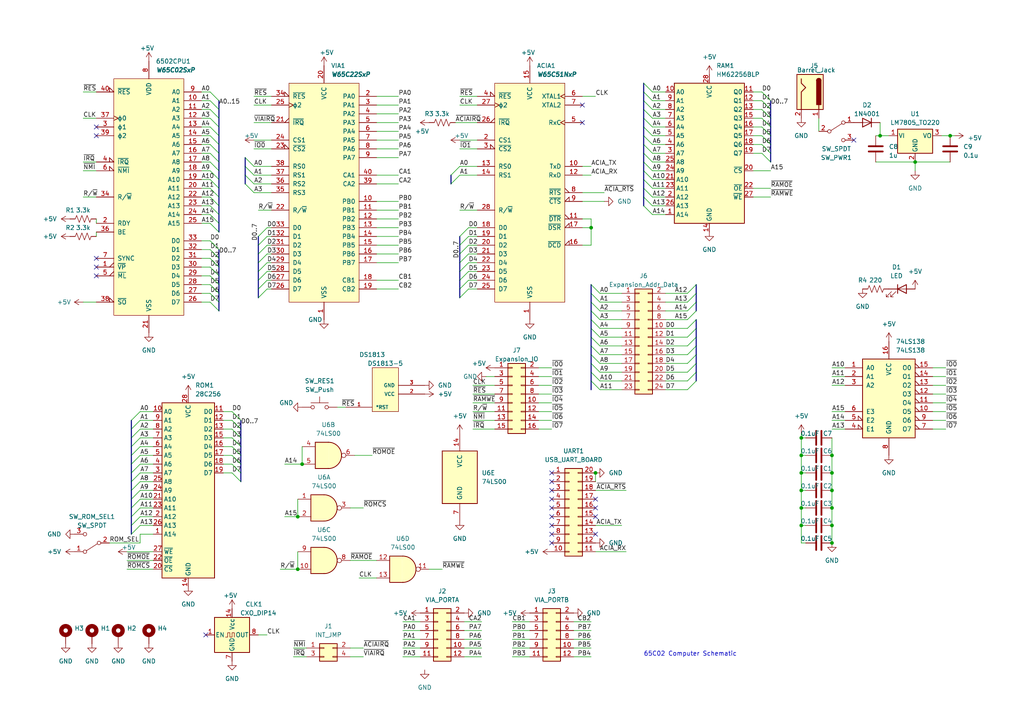
<source format=kicad_sch>
(kicad_sch (version 20230121) (generator eeschema)
  (paper "A4")
  (lib_symbols
    (symbol "+5V_1" (power) (pin_names (offset 0))
      (property "Value" "+5V_1" (at 0 3.556 0))
      (symbol "+5V_1_1_1"
        (pin power_in line (at 0 0 90) (length 0) hide (name "+5V") (number "1"))
      )
    )
    (symbol "65xx:W65C02SxP" (pin_names (offset 1.016))
      (property "Reference" "U" (at -10.16 35.56 0))
      (property "Value" "W65C02SxP" (at 0 0 90))
      (symbol "W65C02SxP_1_1"
        (pin output output_low (at -15.24 -20.32 0) (length 5.08) (name "~{VP}") (number "1"))
        (pin tri_state line (at 15.24 27.94 180) (length 5.08) (name "A1") (number "10"))
        (pin tri_state line (at 15.24 25.4 180) (length 5.08) (name "A2") (number "11"))
        (pin tri_state line (at 15.24 22.86 180) (length 5.08) (name "A3") (number "12"))
        (pin tri_state line (at 15.24 20.32 180) (length 5.08) (name "A4") (number "13"))
        (pin tri_state line (at 15.24 17.78 180) (length 5.08) (name "A5") (number "14"))
        (pin tri_state line (at 15.24 15.24 180) (length 5.08) (name "A6") (number "15"))
        (pin tri_state line (at 15.24 12.7 180) (length 5.08) (name "A7") (number "16"))
        (pin tri_state line (at 15.24 10.16 180) (length 5.08) (name "A8") (number "17"))
        (pin tri_state line (at 15.24 7.62 180) (length 5.08) (name "A9") (number "18"))
        (pin tri_state line (at 15.24 5.08 180) (length 5.08) (name "A10") (number "19"))
        (pin open_collector line (at -15.24 -7.62 0) (length 5.08) (name "RDY") (number "2"))
        (pin tri_state line (at 15.24 2.54 180) (length 5.08) (name "A11") (number "20"))
        (pin power_in line (at 0 -39.37 90) (length 5.08) (name "VSS") (number "21"))
        (pin tri_state line (at 15.24 0 180) (length 5.08) (name "A12") (number "22"))
        (pin tri_state line (at 15.24 -2.54 180) (length 5.08) (name "A13") (number "23"))
        (pin tri_state line (at 15.24 -5.08 180) (length 5.08) (name "A14") (number "24"))
        (pin tri_state line (at 15.24 -7.62 180) (length 5.08) (name "A15") (number "25"))
        (pin bidirectional line (at 15.24 -30.48 180) (length 5.08) (name "D7") (number "26"))
        (pin bidirectional line (at 15.24 -27.94 180) (length 5.08) (name "D6") (number "27"))
        (pin bidirectional line (at 15.24 -25.4 180) (length 5.08) (name "D5") (number "28"))
        (pin bidirectional line (at 15.24 -22.86 180) (length 5.08) (name "D4") (number "29"))
        (pin output line (at -15.24 20.32 0) (length 5.08) (name "ϕ1") (number "3"))
        (pin bidirectional line (at 15.24 -20.32 180) (length 5.08) (name "D3") (number "30"))
        (pin bidirectional line (at 15.24 -17.78 180) (length 5.08) (name "D2") (number "31"))
        (pin bidirectional line (at 15.24 -15.24 180) (length 5.08) (name "D1") (number "32"))
        (pin bidirectional line (at 15.24 -12.7 180) (length 5.08) (name "D0") (number "33"))
        (pin tri_state line (at -15.24 0 0) (length 5.08) (name "R/~{W}") (number "34"))
        (pin no_connect non_logic (at -10.16 -27.94 0) (length 2.54) hide (name "nc") (number "35"))
        (pin input line (at -15.24 -10.16 0) (length 5.08) (name "BE") (number "36"))
        (pin input clock (at -15.24 22.86 0) (length 5.08) (name "ϕ0") (number "37"))
        (pin input input_low (at -15.24 -30.48 0) (length 5.08) (name "~{SO}") (number "38"))
        (pin output line (at -15.24 17.78 0) (length 5.08) (name "ϕ2") (number "39"))
        (pin input input_low (at -15.24 10.16 0) (length 5.08) (name "~{IRQ}") (number "4"))
        (pin input input_low (at -15.24 30.48 0) (length 5.08) (name "~{RES}") (number "40"))
        (pin output output_low (at -15.24 -22.86 0) (length 5.08) (name "~{ML}") (number "5"))
        (pin input input_low (at -15.24 7.62 0) (length 5.08) (name "~{NMI}") (number "6"))
        (pin output line (at -15.24 -17.78 0) (length 5.08) (name "SYNC") (number "7"))
        (pin power_in line (at 0 39.37 270) (length 5.08) (name "VDD") (number "8"))
        (pin tri_state line (at 15.24 30.48 180) (length 5.08) (name "A0") (number "9"))
      )
    )
    (symbol "65xx:W65C22SxP" (pin_names (offset 1.016))
      (property "Reference" "U" (at -10.16 33.02 0))
      (property "Value" "W65C22SxP" (at 0 0 90))
      (symbol "W65C22SxP_1_1"
        (pin power_in line (at 0 -36.83 90) (length 5.08) (name "VSS") (number "1"))
        (pin bidirectional line (at 15.24 -2.54 180) (length 5.08) (name "PB0") (number "10"))
        (pin bidirectional line (at 15.24 -5.08 180) (length 5.08) (name "PB1") (number "11"))
        (pin bidirectional line (at 15.24 -7.62 180) (length 5.08) (name "PB2") (number "12"))
        (pin bidirectional line (at 15.24 -10.16 180) (length 5.08) (name "PB3") (number "13"))
        (pin bidirectional line (at 15.24 -12.7 180) (length 5.08) (name "PB4") (number "14"))
        (pin bidirectional line (at 15.24 -15.24 180) (length 5.08) (name "PB5") (number "15"))
        (pin bidirectional line (at 15.24 -17.78 180) (length 5.08) (name "PB6") (number "16"))
        (pin bidirectional line (at 15.24 -20.32 180) (length 5.08) (name "PB7") (number "17"))
        (pin input line (at 15.24 -25.4 180) (length 5.08) (name "CB1") (number "18"))
        (pin bidirectional line (at 15.24 -27.94 180) (length 5.08) (name "CB2") (number "19"))
        (pin bidirectional line (at 15.24 27.94 180) (length 5.08) (name "PA0") (number "2"))
        (pin power_in line (at 0 36.83 270) (length 5.08) (name "VCC") (number "20"))
        (pin output output_low (at -15.24 20.32 0) (length 5.08) (name "~{IRQ}") (number "21"))
        (pin input line (at -15.24 -5.08 0) (length 5.08) (name "R/~{W}") (number "22"))
        (pin input input_low (at -15.24 12.7 0) (length 5.08) (name "~{CS2}") (number "23"))
        (pin input line (at -15.24 15.24 0) (length 5.08) (name "CS1") (number "24"))
        (pin input clock (at -15.24 25.4 0) (length 5.08) (name "ϕ2") (number "25"))
        (pin bidirectional line (at -15.24 -27.94 0) (length 5.08) (name "D7") (number "26"))
        (pin bidirectional line (at -15.24 -25.4 0) (length 5.08) (name "D6") (number "27"))
        (pin bidirectional line (at -15.24 -22.86 0) (length 5.08) (name "D5") (number "28"))
        (pin bidirectional line (at -15.24 -20.32 0) (length 5.08) (name "D4") (number "29"))
        (pin bidirectional line (at 15.24 25.4 180) (length 5.08) (name "PA1") (number "3"))
        (pin bidirectional line (at -15.24 -17.78 0) (length 5.08) (name "D3") (number "30"))
        (pin bidirectional line (at -15.24 -15.24 0) (length 5.08) (name "D2") (number "31"))
        (pin bidirectional line (at -15.24 -12.7 0) (length 5.08) (name "D1") (number "32"))
        (pin bidirectional line (at -15.24 -10.16 0) (length 5.08) (name "D0") (number "33"))
        (pin input input_low (at -15.24 27.94 0) (length 5.08) (name "~{RES}") (number "34"))
        (pin input line (at -15.24 0 0) (length 5.08) (name "RS3") (number "35"))
        (pin input line (at -15.24 2.54 0) (length 5.08) (name "RS2") (number "36"))
        (pin input line (at -15.24 5.08 0) (length 5.08) (name "RS1") (number "37"))
        (pin input line (at -15.24 7.62 0) (length 5.08) (name "RS0") (number "38"))
        (pin bidirectional line (at 15.24 2.54 180) (length 5.08) (name "CA2") (number "39"))
        (pin bidirectional line (at 15.24 22.86 180) (length 5.08) (name "PA2") (number "4"))
        (pin input line (at 15.24 5.08 180) (length 5.08) (name "CA1") (number "40"))
        (pin bidirectional line (at 15.24 20.32 180) (length 5.08) (name "PA3") (number "5"))
        (pin bidirectional line (at 15.24 17.78 180) (length 5.08) (name "PA4") (number "6"))
        (pin bidirectional line (at 15.24 15.24 180) (length 5.08) (name "PA5") (number "7"))
        (pin bidirectional line (at 15.24 12.7 180) (length 5.08) (name "PA6") (number "8"))
        (pin bidirectional line (at 15.24 10.16 180) (length 5.08) (name "PA7") (number "9"))
      )
    )
    (symbol "65xx:W65C51NxP" (pin_names (offset 1.016))
      (property "Reference" "U" (at -10.16 33.02 0))
      (property "Value" "W65C51NxP" (at 0 0 90))
      (symbol "W65C51NxP_1_1"
        (pin power_in line (at 0 -36.83 90) (length 5.08) (name "VSS") (number "1"))
        (pin output line (at 15.24 7.62 180) (length 5.08) (name "TxD") (number "10"))
        (pin output output_low (at 15.24 -7.62 180) (length 5.08) (name "~{DTR}") (number "11"))
        (pin input line (at 15.24 5.08 180) (length 5.08) (name "RxD") (number "12"))
        (pin input line (at -15.24 7.62 0) (length 5.08) (name "RS0") (number "13"))
        (pin input line (at -15.24 5.08 0) (length 5.08) (name "RS1") (number "14"))
        (pin power_in line (at 0 36.83 270) (length 5.08) (name "VCC") (number "15"))
        (pin input input_low (at 15.24 -15.24 180) (length 5.08) (name "~{DCD}") (number "16"))
        (pin input input_low (at 15.24 -10.16 180) (length 5.08) (name "~{DSR}") (number "17"))
        (pin bidirectional line (at -15.24 -10.16 0) (length 5.08) (name "D0") (number "18"))
        (pin bidirectional line (at -15.24 -12.7 0) (length 5.08) (name "D1") (number "19"))
        (pin input line (at -15.24 15.24 0) (length 5.08) (name "CS1") (number "2"))
        (pin bidirectional line (at -15.24 -15.24 0) (length 5.08) (name "D2") (number "20"))
        (pin bidirectional line (at -15.24 -17.78 0) (length 5.08) (name "D3") (number "21"))
        (pin bidirectional line (at -15.24 -20.32 0) (length 5.08) (name "D4") (number "22"))
        (pin bidirectional line (at -15.24 -22.86 0) (length 5.08) (name "D5") (number "23"))
        (pin bidirectional line (at -15.24 -25.4 0) (length 5.08) (name "D6") (number "24"))
        (pin bidirectional line (at -15.24 -27.94 0) (length 5.08) (name "D7") (number "25"))
        (pin open_collector output_low (at -15.24 20.32 0) (length 5.08) (name "~{IRQ}") (number "26"))
        (pin input clock (at -15.24 25.4 0) (length 5.08) (name "ϕ2") (number "27"))
        (pin input line (at -15.24 -5.08 0) (length 5.08) (name "R/~{W}") (number "28"))
        (pin input input_low (at -15.24 12.7 0) (length 5.08) (name "~{CS2}") (number "3"))
        (pin input input_low (at -15.24 27.94 0) (length 5.08) (name "~{RES}") (number "4"))
        (pin bidirectional clock (at 15.24 20.32 180) (length 5.08) (name "RxC") (number "5"))
        (pin input clock (at 15.24 27.94 180) (length 5.08) (name "XTAL1") (number "6"))
        (pin output line (at 15.24 25.4 180) (length 5.08) (name "XTAL2") (number "7"))
        (pin output output_low (at 15.24 0 180) (length 5.08) (name "~{RTS}") (number "8"))
        (pin input input_low (at 15.24 -2.54 180) (length 5.08) (name "~{CTS}") (number "9"))
      )
    )
    (symbol "74xx:74LS00" (pin_names (offset 1.016))
      (property "Reference" "U" (at 0 1.27 0))
      (property "Value" "74LS00" (at 0 -1.27 0))
      (symbol "74LS00_1_1"
        (pin input line (at -7.62 2.54 0) (length 3.81) (name "~") (number "1"))
        (pin input line (at -7.62 -2.54 0) (length 3.81) (name "~") (number "2"))
        (pin output inverted (at 7.62 0 180) (length 3.81) (name "~") (number "3"))
      )
      (symbol "74LS00_1_2"
        (pin input inverted (at -7.62 2.54 0) (length 4.318) (name "~") (number "1"))
        (pin input inverted (at -7.62 -2.54 0) (length 4.318) (name "~") (number "2"))
        (pin output line (at 7.62 0 180) (length 3.81) (name "~") (number "3"))
      )
      (symbol "74LS00_2_1"
        (pin input line (at -7.62 2.54 0) (length 3.81) (name "~") (number "4"))
        (pin input line (at -7.62 -2.54 0) (length 3.81) (name "~") (number "5"))
        (pin output inverted (at 7.62 0 180) (length 3.81) (name "~") (number "6"))
      )
      (symbol "74LS00_2_2"
        (pin input inverted (at -7.62 2.54 0) (length 4.318) (name "~") (number "4"))
        (pin input inverted (at -7.62 -2.54 0) (length 4.318) (name "~") (number "5"))
        (pin output line (at 7.62 0 180) (length 3.81) (name "~") (number "6"))
      )
      (symbol "74LS00_3_1"
        (pin input line (at -7.62 -2.54 0) (length 3.81) (name "~") (number "10"))
        (pin output inverted (at 7.62 0 180) (length 3.81) (name "~") (number "8"))
        (pin input line (at -7.62 2.54 0) (length 3.81) (name "~") (number "9"))
      )
      (symbol "74LS00_3_2"
        (pin input inverted (at -7.62 -2.54 0) (length 4.318) (name "~") (number "10"))
        (pin output line (at 7.62 0 180) (length 3.81) (name "~") (number "8"))
        (pin input inverted (at -7.62 2.54 0) (length 4.318) (name "~") (number "9"))
      )
      (symbol "74LS00_4_1"
        (pin output inverted (at 7.62 0 180) (length 3.81) (name "~") (number "11"))
        (pin input line (at -7.62 2.54 0) (length 3.81) (name "~") (number "12"))
        (pin input line (at -7.62 -2.54 0) (length 3.81) (name "~") (number "13"))
      )
      (symbol "74LS00_4_2"
        (pin output line (at 7.62 0 180) (length 3.81) (name "~") (number "11"))
        (pin input inverted (at -7.62 2.54 0) (length 4.318) (name "~") (number "12"))
        (pin input inverted (at -7.62 -2.54 0) (length 4.318) (name "~") (number "13"))
      )
      (symbol "74LS00_5_0"
        (pin power_in line (at 0 12.7 270) (length 5.08) (name "VCC") (number "14"))
        (pin power_in line (at 0 -12.7 90) (length 5.08) (name "GND") (number "7"))
      )
    )
    (symbol "74xx:74LS138" (pin_names (offset 1.016))
      (property "Reference" "U" (at -7.62 11.43 0))
      (property "Value" "74LS138" (at -7.62 -13.97 0))
      (symbol "74LS138_1_0"
        (pin input line (at -12.7 7.62 0) (length 5.08) (name "A0") (number "1"))
        (pin output output_low (at 12.7 -5.08 180) (length 5.08) (name "O5") (number "10"))
        (pin output output_low (at 12.7 -2.54 180) (length 5.08) (name "O4") (number "11"))
        (pin output output_low (at 12.7 0 180) (length 5.08) (name "O3") (number "12"))
        (pin output output_low (at 12.7 2.54 180) (length 5.08) (name "O2") (number "13"))
        (pin output output_low (at 12.7 5.08 180) (length 5.08) (name "O1") (number "14"))
        (pin output output_low (at 12.7 7.62 180) (length 5.08) (name "O0") (number "15"))
        (pin power_in line (at 0 15.24 270) (length 5.08) (name "VCC") (number "16"))
        (pin input line (at -12.7 5.08 0) (length 5.08) (name "A1") (number "2"))
        (pin input line (at -12.7 2.54 0) (length 5.08) (name "A2") (number "3"))
        (pin input input_low (at -12.7 -10.16 0) (length 5.08) (name "E1") (number "4"))
        (pin input input_low (at -12.7 -7.62 0) (length 5.08) (name "E2") (number "5"))
        (pin input line (at -12.7 -5.08 0) (length 5.08) (name "E3") (number "6"))
        (pin output output_low (at 12.7 -10.16 180) (length 5.08) (name "O7") (number "7"))
        (pin power_in line (at 0 -17.78 90) (length 5.08) (name "GND") (number "8"))
        (pin output output_low (at 12.7 -7.62 180) (length 5.08) (name "O6") (number "9"))
      )
    )
    (symbol "Connector:Barrel_Jack" (pin_names (offset 1.016))
      (property "Reference" "J" (at 0 5.334 0))
      (property "Value" "Barrel_Jack" (at 0 -5.08 0))
      (symbol "Barrel_Jack_1_1"
        (pin passive line (at 7.62 2.54 180) (length 2.54) (name "~") (number "1"))
        (pin passive line (at 7.62 -2.54 180) (length 2.54) (name "~") (number "2"))
      )
    )
    (symbol "Connector_Generic:Conn_02x02_Odd_Even" (pin_names (offset 1.016) hide)
      (property "Reference" "J" (at 1.27 2.54 0))
      (property "Value" "Conn_02x02_Odd_Even" (at 1.27 -5.08 0))
      (symbol "Conn_02x02_Odd_Even_1_1"
        (pin passive line (at -5.08 0 0) (length 3.81) (name "Pin_1") (number "1"))
        (pin passive line (at 7.62 0 180) (length 3.81) (name "Pin_2") (number "2"))
        (pin passive line (at -5.08 -2.54 0) (length 3.81) (name "Pin_3") (number "3"))
        (pin passive line (at 7.62 -2.54 180) (length 3.81) (name "Pin_4") (number "4"))
      )
    )
    (symbol "Connector_Generic:Conn_02x06_Odd_Even" (pin_names (offset 1.016) hide)
      (property "Reference" "J" (at 1.27 7.62 0))
      (property "Value" "Conn_02x06_Odd_Even" (at 1.27 -10.16 0))
      (symbol "Conn_02x06_Odd_Even_1_1"
        (pin passive line (at -5.08 5.08 0) (length 3.81) (name "Pin_1") (number "1"))
        (pin passive line (at 7.62 -5.08 180) (length 3.81) (name "Pin_10") (number "10"))
        (pin passive line (at -5.08 -7.62 0) (length 3.81) (name "Pin_11") (number "11"))
        (pin passive line (at 7.62 -7.62 180) (length 3.81) (name "Pin_12") (number "12"))
        (pin passive line (at 7.62 5.08 180) (length 3.81) (name "Pin_2") (number "2"))
        (pin passive line (at -5.08 2.54 0) (length 3.81) (name "Pin_3") (number "3"))
        (pin passive line (at 7.62 2.54 180) (length 3.81) (name "Pin_4") (number "4"))
        (pin passive line (at -5.08 0 0) (length 3.81) (name "Pin_5") (number "5"))
        (pin passive line (at 7.62 0 180) (length 3.81) (name "Pin_6") (number "6"))
        (pin passive line (at -5.08 -2.54 0) (length 3.81) (name "Pin_7") (number "7"))
        (pin passive line (at 7.62 -2.54 180) (length 3.81) (name "Pin_8") (number "8"))
        (pin passive line (at -5.08 -5.08 0) (length 3.81) (name "Pin_9") (number "9"))
      )
    )
    (symbol "Connector_Generic:Conn_02x08_Odd_Even" (pin_names (offset 1.016) hide)
      (property "Reference" "J" (at 1.27 10.16 0))
      (property "Value" "Conn_02x08_Odd_Even" (at 1.27 -12.7 0))
      (symbol "Conn_02x08_Odd_Even_1_1"
        (pin passive line (at -5.08 7.62 0) (length 3.81) (name "Pin_1") (number "1"))
        (pin passive line (at 7.62 -2.54 180) (length 3.81) (name "Pin_10") (number "10"))
        (pin passive line (at -5.08 -5.08 0) (length 3.81) (name "Pin_11") (number "11"))
        (pin passive line (at 7.62 -5.08 180) (length 3.81) (name "Pin_12") (number "12"))
        (pin passive line (at -5.08 -7.62 0) (length 3.81) (name "Pin_13") (number "13"))
        (pin passive line (at 7.62 -7.62 180) (length 3.81) (name "Pin_14") (number "14"))
        (pin passive line (at -5.08 -10.16 0) (length 3.81) (name "Pin_15") (number "15"))
        (pin passive line (at 7.62 -10.16 180) (length 3.81) (name "Pin_16") (number "16"))
        (pin passive line (at 7.62 7.62 180) (length 3.81) (name "Pin_2") (number "2"))
        (pin passive line (at -5.08 5.08 0) (length 3.81) (name "Pin_3") (number "3"))
        (pin passive line (at 7.62 5.08 180) (length 3.81) (name "Pin_4") (number "4"))
        (pin passive line (at -5.08 2.54 0) (length 3.81) (name "Pin_5") (number "5"))
        (pin passive line (at 7.62 2.54 180) (length 3.81) (name "Pin_6") (number "6"))
        (pin passive line (at -5.08 0 0) (length 3.81) (name "Pin_7") (number "7"))
        (pin passive line (at 7.62 0 180) (length 3.81) (name "Pin_8") (number "8"))
        (pin passive line (at -5.08 -2.54 0) (length 3.81) (name "Pin_9") (number "9"))
      )
    )
    (symbol "Connector_Generic:Conn_02x10_Counter_Clockwise" (pin_names (offset 1.016) hide)
      (property "Reference" "J" (at 1.27 12.7 0))
      (property "Value" "Conn_02x10_Counter_Clockwise" (at 1.27 -15.24 0))
      (symbol "Conn_02x10_Counter_Clockwise_1_1"
        (pin passive line (at -5.08 10.16 0) (length 3.81) (name "Pin_1") (number "1"))
        (pin passive line (at -5.08 -12.7 0) (length 3.81) (name "Pin_10") (number "10"))
        (pin passive line (at 7.62 -12.7 180) (length 3.81) (name "Pin_11") (number "11"))
        (pin passive line (at 7.62 -10.16 180) (length 3.81) (name "Pin_12") (number "12"))
        (pin passive line (at 7.62 -7.62 180) (length 3.81) (name "Pin_13") (number "13"))
        (pin passive line (at 7.62 -5.08 180) (length 3.81) (name "Pin_14") (number "14"))
        (pin passive line (at 7.62 -2.54 180) (length 3.81) (name "Pin_15") (number "15"))
        (pin passive line (at 7.62 0 180) (length 3.81) (name "Pin_16") (number "16"))
        (pin passive line (at 7.62 2.54 180) (length 3.81) (name "Pin_17") (number "17"))
        (pin passive line (at 7.62 5.08 180) (length 3.81) (name "Pin_18") (number "18"))
        (pin passive line (at 7.62 7.62 180) (length 3.81) (name "Pin_19") (number "19"))
        (pin passive line (at -5.08 7.62 0) (length 3.81) (name "Pin_2") (number "2"))
        (pin passive line (at 7.62 10.16 180) (length 3.81) (name "Pin_20") (number "20"))
        (pin passive line (at -5.08 5.08 0) (length 3.81) (name "Pin_3") (number "3"))
        (pin passive line (at -5.08 2.54 0) (length 3.81) (name "Pin_4") (number "4"))
        (pin passive line (at -5.08 0 0) (length 3.81) (name "Pin_5") (number "5"))
        (pin passive line (at -5.08 -2.54 0) (length 3.81) (name "Pin_6") (number "6"))
        (pin passive line (at -5.08 -5.08 0) (length 3.81) (name "Pin_7") (number "7"))
        (pin passive line (at -5.08 -7.62 0) (length 3.81) (name "Pin_8") (number "8"))
        (pin passive line (at -5.08 -10.16 0) (length 3.81) (name "Pin_9") (number "9"))
      )
    )
    (symbol "Connector_Generic:Conn_02x12_Odd_Even" (pin_names (offset 1.016) hide)
      (property "Reference" "J" (at 1.27 15.24 0))
      (property "Value" "Conn_02x12_Odd_Even" (at 1.27 -17.78 0))
      (symbol "Conn_02x12_Odd_Even_1_1"
        (pin passive line (at -5.08 12.7 0) (length 3.81) (name "Pin_1") (number "1"))
        (pin passive line (at 7.62 2.54 180) (length 3.81) (name "Pin_10") (number "10"))
        (pin passive line (at -5.08 0 0) (length 3.81) (name "Pin_11") (number "11"))
        (pin passive line (at 7.62 0 180) (length 3.81) (name "Pin_12") (number "12"))
        (pin passive line (at -5.08 -2.54 0) (length 3.81) (name "Pin_13") (number "13"))
        (pin passive line (at 7.62 -2.54 180) (length 3.81) (name "Pin_14") (number "14"))
        (pin passive line (at -5.08 -5.08 0) (length 3.81) (name "Pin_15") (number "15"))
        (pin passive line (at 7.62 -5.08 180) (length 3.81) (name "Pin_16") (number "16"))
        (pin passive line (at -5.08 -7.62 0) (length 3.81) (name "Pin_17") (number "17"))
        (pin passive line (at 7.62 -7.62 180) (length 3.81) (name "Pin_18") (number "18"))
        (pin passive line (at -5.08 -10.16 0) (length 3.81) (name "Pin_19") (number "19"))
        (pin passive line (at 7.62 12.7 180) (length 3.81) (name "Pin_2") (number "2"))
        (pin passive line (at 7.62 -10.16 180) (length 3.81) (name "Pin_20") (number "20"))
        (pin passive line (at -5.08 -12.7 0) (length 3.81) (name "Pin_21") (number "21"))
        (pin passive line (at 7.62 -12.7 180) (length 3.81) (name "Pin_22") (number "22"))
        (pin passive line (at -5.08 -15.24 0) (length 3.81) (name "Pin_23") (number "23"))
        (pin passive line (at 7.62 -15.24 180) (length 3.81) (name "Pin_24") (number "24"))
        (pin passive line (at -5.08 10.16 0) (length 3.81) (name "Pin_3") (number "3"))
        (pin passive line (at 7.62 10.16 180) (length 3.81) (name "Pin_4") (number "4"))
        (pin passive line (at -5.08 7.62 0) (length 3.81) (name "Pin_5") (number "5"))
        (pin passive line (at 7.62 7.62 180) (length 3.81) (name "Pin_6") (number "6"))
        (pin passive line (at -5.08 5.08 0) (length 3.81) (name "Pin_7") (number "7"))
        (pin passive line (at 7.62 5.08 180) (length 3.81) (name "Pin_8") (number "8"))
        (pin passive line (at -5.08 2.54 0) (length 3.81) (name "Pin_9") (number "9"))
      )
    )
    (symbol "DS1813-5:DS1813-5" (pin_names (offset 1.016))
      (property "Reference" "U?" (at 44.45 8.89 0))
      (property "Value" "DS1813-5" (at 44.45 6.35 0))
      (symbol "DS1813-5_0_0"
        (pin bidirectional line (at 33.02 -6.35 0) (length 7.62) (name "*RST") (number "1"))
        (pin power_in line (at 55.88 -2.54 180) (length 7.62) (name "VCC") (number "2"))
        (pin power_in line (at 55.88 0 180) (length 7.62) (name "GND") (number "3"))
      )
    )
    (symbol "Device:C" (pin_numbers hide) (pin_names (offset 0.254))
      (property "Reference" "C" (at 0.635 2.54 0))
      (property "Value" "C" (at 0.635 -2.54 0))
      (symbol "C_1_1"
        (pin passive line (at 0 3.81 270) (length 2.794) (name "~") (number "1"))
        (pin passive line (at 0 -3.81 90) (length 2.794) (name "~") (number "2"))
      )
    )
    (symbol "Device:LED" (pin_numbers hide) (pin_names (offset 1.016) hide)
      (property "Reference" "D" (at 0 2.54 0))
      (property "Value" "LED" (at 0 -2.54 0))
      (symbol "LED_1_1"
        (pin passive line (at -3.81 0 0) (length 2.54) (name "K") (number "1"))
        (pin passive line (at 3.81 0 180) (length 2.54) (name "A") (number "2"))
      )
    )
    (symbol "Device:R_US" (pin_numbers hide) (pin_names (offset 0))
      (property "Reference" "R" (at 2.54 0 90))
      (property "Value" "R_US" (at -2.54 0 90))
      (symbol "R_US_1_1"
        (pin passive line (at 0 3.81 270) (length 1.27) (name "~") (number "1"))
        (pin passive line (at 0 -3.81 90) (length 1.27) (name "~") (number "2"))
      )
    )
    (symbol "Diode:1N4001" (pin_numbers hide) (pin_names hide)
      (property "Reference" "D" (at 0 2.54 0))
      (property "Value" "1N4001" (at 0 -2.54 0))
      (symbol "1N4001_1_1"
        (pin passive line (at -3.81 0 0) (length 2.54) (name "K") (number "1"))
        (pin passive line (at 3.81 0 180) (length 2.54) (name "A") (number "2"))
      )
    )
    (symbol "GND_1" (power) (pin_names (offset 0))
      (property "Value" "GND_1" (at 0 -3.81 0))
      (symbol "GND_1_1_1"
        (pin power_in line (at 0 0 270) (length 0) hide (name "GND") (number "1"))
      )
    )
    (symbol "GND_2" (power) (pin_names (offset 0))
      (property "Value" "GND_2" (at 0 -3.81 0))
      (symbol "GND_2_1_1"
        (pin power_in line (at 0 0 270) (length 0) hide (name "GND") (number "1"))
      )
    )
    (symbol "GND_3" (power) (pin_names (offset 0))
      (property "Value" "GND_3" (at 0 -3.81 0))
      (symbol "GND_3_1_1"
        (pin power_in line (at 0 0 270) (length 0) hide (name "GND") (number "1"))
      )
    )
    (symbol "Mechanical:MountingHole_Pad" (pin_numbers hide) (pin_names (offset 1.016) hide)
      (property "Reference" "H" (at 0 6.35 0))
      (property "Value" "MountingHole_Pad" (at 0 4.445 0))
      (symbol "MountingHole_Pad_1_1"
        (pin input line (at 0 -2.54 90) (length 2.54) (name "1") (number "1"))
      )
    )
    (symbol "Memory_EEPROM:28C256"
      (property "Reference" "U" (at -7.62 26.67 0))
      (property "Value" "28C256" (at 2.54 -26.67 0))
      (symbol "28C256_1_1"
        (pin input line (at -10.16 -12.7 0) (length 2.54) (name "A14") (number "1"))
        (pin input line (at -10.16 22.86 0) (length 2.54) (name "A0") (number "10"))
        (pin tri_state line (at 10.16 22.86 180) (length 2.54) (name "D0") (number "11"))
        (pin tri_state line (at 10.16 20.32 180) (length 2.54) (name "D1") (number "12"))
        (pin tri_state line (at 10.16 17.78 180) (length 2.54) (name "D2") (number "13"))
        (pin power_in line (at 0 -27.94 90) (length 2.54) (name "GND") (number "14"))
        (pin tri_state line (at 10.16 15.24 180) (length 2.54) (name "D3") (number "15"))
        (pin tri_state line (at 10.16 12.7 180) (length 2.54) (name "D4") (number "16"))
        (pin tri_state line (at 10.16 10.16 180) (length 2.54) (name "D5") (number "17"))
        (pin tri_state line (at 10.16 7.62 180) (length 2.54) (name "D6") (number "18"))
        (pin tri_state line (at 10.16 5.08 180) (length 2.54) (name "D7") (number "19"))
        (pin input line (at -10.16 -7.62 0) (length 2.54) (name "A12") (number "2"))
        (pin input line (at -10.16 -22.86 0) (length 2.54) (name "~{CS}") (number "20"))
        (pin input line (at -10.16 -2.54 0) (length 2.54) (name "A10") (number "21"))
        (pin input line (at -10.16 -20.32 0) (length 2.54) (name "~{OE}") (number "22"))
        (pin input line (at -10.16 -5.08 0) (length 2.54) (name "A11") (number "23"))
        (pin input line (at -10.16 0 0) (length 2.54) (name "A9") (number "24"))
        (pin input line (at -10.16 2.54 0) (length 2.54) (name "A8") (number "25"))
        (pin input line (at -10.16 -10.16 0) (length 2.54) (name "A13") (number "26"))
        (pin input line (at -10.16 -17.78 0) (length 2.54) (name "~{WE}") (number "27"))
        (pin power_in line (at 0 27.94 270) (length 2.54) (name "VCC") (number "28"))
        (pin input line (at -10.16 5.08 0) (length 2.54) (name "A7") (number "3"))
        (pin input line (at -10.16 7.62 0) (length 2.54) (name "A6") (number "4"))
        (pin input line (at -10.16 10.16 0) (length 2.54) (name "A5") (number "5"))
        (pin input line (at -10.16 12.7 0) (length 2.54) (name "A4") (number "6"))
        (pin input line (at -10.16 15.24 0) (length 2.54) (name "A3") (number "7"))
        (pin input line (at -10.16 17.78 0) (length 2.54) (name "A2") (number "8"))
        (pin input line (at -10.16 20.32 0) (length 2.54) (name "A1") (number "9"))
      )
    )
    (symbol "Memory_RAM:HM62256BLP"
      (property "Reference" "U" (at -10.16 20.955 0))
      (property "Value" "HM62256BLP" (at 2.54 20.955 0))
      (symbol "HM62256BLP_0_0"
        (pin power_in line (at 0 -22.86 90) (length 2.54) (name "GND") (number "14"))
        (pin power_in line (at 0 22.86 270) (length 2.54) (name "VCC") (number "28"))
      )
      (symbol "HM62256BLP_1_1"
        (pin input line (at -12.7 -17.78 0) (length 2.54) (name "A14") (number "1"))
        (pin input line (at -12.7 17.78 0) (length 2.54) (name "A0") (number "10"))
        (pin tri_state line (at 12.7 17.78 180) (length 2.54) (name "Q0") (number "11"))
        (pin tri_state line (at 12.7 15.24 180) (length 2.54) (name "Q1") (number "12"))
        (pin tri_state line (at 12.7 12.7 180) (length 2.54) (name "Q2") (number "13"))
        (pin tri_state line (at 12.7 10.16 180) (length 2.54) (name "Q3") (number "15"))
        (pin tri_state line (at 12.7 7.62 180) (length 2.54) (name "Q4") (number "16"))
        (pin tri_state line (at 12.7 5.08 180) (length 2.54) (name "Q5") (number "17"))
        (pin tri_state line (at 12.7 2.54 180) (length 2.54) (name "Q6") (number "18"))
        (pin tri_state line (at 12.7 0 180) (length 2.54) (name "Q7") (number "19"))
        (pin input line (at -12.7 -12.7 0) (length 2.54) (name "A12") (number "2"))
        (pin input line (at 12.7 -5.08 180) (length 2.54) (name "~{CS}") (number "20"))
        (pin input line (at -12.7 -7.62 0) (length 2.54) (name "A10") (number "21"))
        (pin input line (at 12.7 -10.16 180) (length 2.54) (name "~{OE}") (number "22"))
        (pin input line (at -12.7 -10.16 0) (length 2.54) (name "A11") (number "23"))
        (pin input line (at -12.7 -5.08 0) (length 2.54) (name "A9") (number "24"))
        (pin input line (at -12.7 -2.54 0) (length 2.54) (name "A8") (number "25"))
        (pin input line (at -12.7 -15.24 0) (length 2.54) (name "A13") (number "26"))
        (pin input line (at 12.7 -12.7 180) (length 2.54) (name "~{WE}") (number "27"))
        (pin input line (at -12.7 0 0) (length 2.54) (name "A7") (number "3"))
        (pin input line (at -12.7 2.54 0) (length 2.54) (name "A6") (number "4"))
        (pin input line (at -12.7 5.08 0) (length 2.54) (name "A5") (number "5"))
        (pin input line (at -12.7 7.62 0) (length 2.54) (name "A4") (number "6"))
        (pin input line (at -12.7 10.16 0) (length 2.54) (name "A3") (number "7"))
        (pin input line (at -12.7 12.7 0) (length 2.54) (name "A2") (number "8"))
        (pin input line (at -12.7 15.24 0) (length 2.54) (name "A1") (number "9"))
      )
    )
    (symbol "Oscillator:CXO_DIP14" (pin_names (offset 0.254))
      (property "Reference" "X" (at -5.08 6.35 0))
      (property "Value" "CXO_DIP14" (at 1.27 -6.35 0))
      (symbol "CXO_DIP14_1_1"
        (pin input line (at -7.62 0 0) (length 2.54) (name "EN") (number "1"))
        (pin power_in line (at 0 7.62 270) (length 2.54) (name "Vcc") (number "14"))
        (pin power_in line (at 0 -7.62 90) (length 2.54) (name "GND") (number "7"))
        (pin output line (at 7.62 0 180) (length 2.54) (name "OUT") (number "8"))
      )
    )
    (symbol "Regulator_Linear:LM7805_TO220" (pin_names (offset 0.254))
      (property "Reference" "U" (at -3.81 3.175 0))
      (property "Value" "LM7805_TO220" (at 0 3.175 0))
      (symbol "LM7805_TO220_1_1"
        (pin power_in line (at -7.62 0 0) (length 2.54) (name "VI") (number "1"))
        (pin power_in line (at 0 -7.62 90) (length 2.54) (name "GND") (number "2"))
        (pin power_out line (at 7.62 0 180) (length 2.54) (name "VO") (number "3"))
      )
    )
    (symbol "Switch:SW_Push" (pin_numbers hide) (pin_names (offset 1.016) hide)
      (property "Reference" "SW" (at 1.27 2.54 0))
      (property "Value" "SW_Push" (at 0 -1.524 0))
      (symbol "SW_Push_0_1"
        (pin passive line (at -5.08 0 0) (length 2.54) (name "1") (number "1"))
        (pin passive line (at 5.08 0 180) (length 2.54) (name "2") (number "2"))
      )
    )
    (symbol "Switch:SW_SPDT" (pin_names (offset 0) hide)
      (property "Reference" "SW" (at 0 4.318 0))
      (property "Value" "SW_SPDT" (at 0 -5.08 0))
      (symbol "SW_SPDT_1_1"
        (pin passive line (at 5.08 2.54 180) (length 2.54) (name "A") (number "1"))
        (pin passive line (at -5.08 0 0) (length 2.54) (name "B") (number "2"))
        (pin passive line (at 5.08 -2.54 180) (length 2.54) (name "C") (number "3"))
      )
    )
    (symbol "power:+5V" (power) (pin_names (offset 0))
      (property "Value" "+5V" (at 0 3.556 0))
      (symbol "+5V_1_1"
        (pin power_in line (at 0 0 90) (length 0) hide (name "+5V") (number "1"))
      )
    )
    (symbol "power:GND" (power) (pin_names (offset 0))
      (property "Value" "GND" (at 0 -3.81 0))
      (symbol "GND_1_1"
        (pin power_in line (at 0 0 270) (length 0) hide (name "GND") (number "1"))
      )
    )
  )
  (junction (at 232.41 132.08))
  (junction (at 265.43 46.99))
  (junction (at 171.45 66.04))
  (junction (at 232.41 142.24))
  (junction (at 232.41 137.16))
  (junction (at 172.72 137.16))
  (junction (at 241.3 157.48))
  (junction (at 241.3 152.4))
  (junction (at 87.63 134.62))
  (junction (at 275.59 39.37))
  (junction (at 86.36 149.86))
  (junction (at 232.41 127))
  (junction (at 241.3 137.16))
  (junction (at 255.27 39.37))
  (junction (at 241.3 132.08))
  (junction (at 241.3 147.32))
  (junction (at 232.41 152.4))
  (junction (at 241.3 142.24))
  (junction (at 232.41 147.32))
  (junction (at 86.36 165.1))
  (no_connect (at 247.65 40.64))
  (no_connect (at 172.72 154.94))
  (no_connect (at 172.72 144.78))
  (no_connect (at 172.72 147.32))
  (no_connect (at 172.72 149.86))
  (no_connect (at 160.02 157.48))
  (no_connect (at 160.02 154.94))
  (no_connect (at 160.02 152.4))
  (no_connect (at 160.02 139.7))
  (no_connect (at 160.02 137.16))
  (no_connect (at 160.02 147.32))
  (no_connect (at 160.02 149.86))
  (no_connect (at 160.02 144.78))
  (no_connect (at 160.02 142.24))
  (no_connect (at 59.69 184.15))
  (no_connect (at 168.91 30.48))
  (no_connect (at 168.91 35.56))
  (no_connect (at 27.94 74.93))
  (no_connect (at 27.94 77.47))
  (no_connect (at 27.94 80.01))
  (no_connect (at 27.94 36.83))
  (no_connect (at 27.94 39.37))
  (bus_entry (at 189.23 46.99) (size -2.54 -2.54))
  (bus_entry (at 220.98 31.75) (size 2.54 2.54))
  (bus_entry (at 189.23 36.83) (size -2.54 -2.54))
  (bus_entry (at 189.23 39.37) (size -2.54 -2.54))
  (bus_entry (at 199.39 90.17) (size 2.54 -2.54))
  (bus_entry (at 171.45 95.25) (size 2.54 2.54))
  (bus_entry (at 189.23 41.91) (size -2.54 -2.54))
  (bus_entry (at 189.23 62.23) (size -2.54 -2.54))
  (bus_entry (at 171.45 110.49) (size 2.54 2.54))
  (bus_entry (at 67.31 132.08) (size 2.54 2.54))
  (bus_entry (at 171.45 100.33) (size 2.54 2.54))
  (bus_entry (at 171.45 97.79) (size 2.54 2.54))
  (bus_entry (at 189.23 57.15) (size -2.54 -2.54))
  (bus_entry (at 199.39 85.09) (size 2.54 -2.54))
  (bus_entry (at 38.1 127) (size 2.54 -2.54))
  (bus_entry (at 38.1 124.46) (size 2.54 -2.54))
  (bus_entry (at 38.1 147.32) (size 2.54 -2.54))
  (bus_entry (at 38.1 149.86) (size 2.54 -2.54))
  (bus_entry (at 38.1 139.7) (size 2.54 -2.54))
  (bus_entry (at 38.1 137.16) (size 2.54 -2.54))
  (bus_entry (at 38.1 142.24) (size 2.54 -2.54))
  (bus_entry (at 38.1 144.78) (size 2.54 -2.54))
  (bus_entry (at 38.1 129.54) (size 2.54 -2.54))
  (bus_entry (at 38.1 132.08) (size 2.54 -2.54))
  (bus_entry (at 38.1 134.62) (size 2.54 -2.54))
  (bus_entry (at 38.1 152.4) (size 2.54 -2.54))
  (bus_entry (at 38.1 154.94) (size 2.54 -2.54))
  (bus_entry (at 199.39 92.71) (size 2.54 -2.54))
  (bus_entry (at 189.23 44.45) (size -2.54 -2.54))
  (bus_entry (at 220.98 29.21) (size 2.54 2.54))
  (bus_entry (at 220.98 34.29) (size 2.54 2.54))
  (bus_entry (at 189.23 49.53) (size -2.54 -2.54))
  (bus_entry (at 189.23 54.61) (size -2.54 -2.54))
  (bus_entry (at 67.31 134.62) (size 2.54 2.54))
  (bus_entry (at 60.96 64.77) (size 2.54 2.54))
  (bus_entry (at 60.96 31.75) (size 2.54 2.54))
  (bus_entry (at 60.96 34.29) (size 2.54 2.54))
  (bus_entry (at 60.96 26.67) (size 2.54 2.54))
  (bus_entry (at 60.96 29.21) (size 2.54 2.54))
  (bus_entry (at 60.96 36.83) (size 2.54 2.54))
  (bus_entry (at 60.96 39.37) (size 2.54 2.54))
  (bus_entry (at 60.96 41.91) (size 2.54 2.54))
  (bus_entry (at 60.96 44.45) (size 2.54 2.54))
  (bus_entry (at 60.96 46.99) (size 2.54 2.54))
  (bus_entry (at 60.96 54.61) (size 2.54 2.54))
  (bus_entry (at 60.96 49.53) (size 2.54 2.54))
  (bus_entry (at 60.96 52.07) (size 2.54 2.54))
  (bus_entry (at 60.96 57.15) (size 2.54 2.54))
  (bus_entry (at 60.96 59.69) (size 2.54 2.54))
  (bus_entry (at 60.96 62.23) (size 2.54 2.54))
  (bus_entry (at 220.98 36.83) (size 2.54 2.54))
  (bus_entry (at 220.98 41.91) (size 2.54 2.54))
  (bus_entry (at 189.23 52.07) (size -2.54 -2.54))
  (bus_entry (at 220.98 26.67) (size 2.54 2.54))
  (bus_entry (at 67.31 121.92) (size 2.54 2.54))
  (bus_entry (at 171.45 102.87) (size 2.54 2.54))
  (bus_entry (at 67.31 129.54) (size 2.54 2.54))
  (bus_entry (at 220.98 44.45) (size 2.54 2.54))
  (bus_entry (at 40.64 119.38) (size -2.54 2.54))
  (bus_entry (at 199.39 87.63) (size 2.54 -2.54))
  (bus_entry (at 189.23 59.69) (size -2.54 -2.54))
  (bus_entry (at 67.31 119.38) (size 2.54 2.54))
  (bus_entry (at 171.45 105.41) (size 2.54 2.54))
  (bus_entry (at 67.31 137.16) (size 2.54 2.54))
  (bus_entry (at 77.47 83.82) (size -2.54 2.54))
  (bus_entry (at 77.47 71.12) (size -2.54 2.54))
  (bus_entry (at 77.47 73.66) (size -2.54 2.54))
  (bus_entry (at 77.47 66.04) (size -2.54 2.54))
  (bus_entry (at 77.47 68.58) (size -2.54 2.54))
  (bus_entry (at 77.47 78.74) (size -2.54 2.54))
  (bus_entry (at 77.47 81.28) (size -2.54 2.54))
  (bus_entry (at 77.47 76.2) (size -2.54 2.54))
  (bus_entry (at 130.81 50.8) (size 2.54 -2.54))
  (bus_entry (at 130.81 53.34) (size 2.54 -2.54))
  (bus_entry (at 60.96 74.93) (size 2.54 2.54))
  (bus_entry (at 60.96 72.39) (size 2.54 2.54))
  (bus_entry (at 60.96 85.09) (size 2.54 2.54))
  (bus_entry (at 60.96 87.63) (size 2.54 2.54))
  (bus_entry (at 60.96 82.55) (size 2.54 2.54))
  (bus_entry (at 60.96 80.01) (size 2.54 2.54))
  (bus_entry (at 60.96 77.47) (size 2.54 2.54))
  (bus_entry (at 60.96 69.85) (size 2.54 2.54))
  (bus_entry (at 67.31 127) (size 2.54 2.54))
  (bus_entry (at 171.45 107.95) (size 2.54 2.54))
  (bus_entry (at 71.12 48.26) (size 2.54 2.54))
  (bus_entry (at 71.12 45.72) (size 2.54 2.54))
  (bus_entry (at 71.12 53.34) (size 2.54 2.54))
  (bus_entry (at 71.12 50.8) (size 2.54 2.54))
  (bus_entry (at 135.89 66.04) (size -2.54 2.54))
  (bus_entry (at 135.89 68.58) (size -2.54 2.54))
  (bus_entry (at 135.89 78.74) (size -2.54 2.54))
  (bus_entry (at 135.89 81.28) (size -2.54 2.54))
  (bus_entry (at 135.89 71.12) (size -2.54 2.54))
  (bus_entry (at 135.89 73.66) (size -2.54 2.54))
  (bus_entry (at 135.89 76.2) (size -2.54 2.54))
  (bus_entry (at 135.89 83.82) (size -2.54 2.54))
  (bus_entry (at 189.23 29.21) (size -2.54 -2.54))
  (bus_entry (at 189.23 26.67) (size -2.54 -2.54))
  (bus_entry (at 189.23 34.29) (size -2.54 -2.54))
  (bus_entry (at 189.23 31.75) (size -2.54 -2.54))
  (bus_entry (at 67.31 124.46) (size 2.54 2.54))
  (bus_entry (at 220.98 39.37) (size 2.54 2.54))
  (bus_entry (at 171.45 82.55) (size 2.54 2.54))
  (bus_entry (at 171.45 92.71) (size 2.54 2.54))
  (bus_entry (at 171.45 85.09) (size 2.54 2.54))
  (bus_entry (at 171.45 90.17) (size 2.54 2.54))
  (bus_entry (at 171.45 87.63) (size 2.54 2.54))
  (bus_entry (at 199.39 113.03) (size 2.54 -2.54))
  (bus_entry (at 199.39 100.33) (size 2.54 -2.54))
  (bus_entry (at 199.39 102.87) (size 2.54 -2.54))
  (bus_entry (at 199.39 107.95) (size 2.54 -2.54))
  (bus_entry (at 199.39 105.41) (size 2.54 -2.54))
  (bus_entry (at 199.39 110.49) (size 2.54 -2.54))
  (bus_entry (at 199.39 95.25) (size 2.54 -2.54))
  (bus_entry (at 199.39 97.79) (size 2.54 -2.54))
  (bus (pts (xy 69.85 124.46) (xy 69.85 127)))
  (wire (pts (xy 135.89 78.74) (xy 138.43 78.74)))
  (bus (pts (xy 38.1 152.4) (xy 38.1 154.94)))
  (wire (pts (xy 270.51 114.3) (xy 274.32 114.3)))
  (wire (pts (xy 166.37 185.42) (xy 171.45 185.42)))
  (wire (pts (xy 86.36 144.78) (xy 86.36 149.86)))
  (wire (pts (xy 64.77 134.62) (xy 67.31 134.62)))
  (wire (pts (xy 104.14 167.64) (xy 109.22 167.64)))
  (wire (pts (xy 140.97 109.22) (xy 143.51 109.22)))
  (wire (pts (xy 173.99 100.33) (xy 180.34 100.33)))
  (wire (pts (xy 58.42 54.61) (xy 60.96 54.61)))
  (wire (pts (xy 241.3 147.32) (xy 241.3 152.4)))
  (wire (pts (xy 275.59 39.37) (xy 276.86 39.37)))
  (wire (pts (xy 193.04 107.95) (xy 199.39 107.95)))
  (bus (pts (xy 63.5 62.23) (xy 63.5 64.77)))
  (wire (pts (xy 173.99 97.79) (xy 180.34 97.79)))
  (wire (pts (xy 109.22 50.8) (xy 115.57 50.8)))
  (wire (pts (xy 237.49 34.29) (xy 237.49 38.1)))
  (bus (pts (xy 74.93 71.12) (xy 74.93 73.66)))
  (wire (pts (xy 82.55 149.86) (xy 86.36 149.86)))
  (wire (pts (xy 143.51 119.38) (xy 137.16 119.38)))
  (wire (pts (xy 85.09 190.5) (xy 88.9 190.5)))
  (wire (pts (xy 218.44 41.91) (xy 220.98 41.91)))
  (wire (pts (xy 189.23 49.53) (xy 193.04 49.53)))
  (wire (pts (xy 135.89 73.66) (xy 138.43 73.66)))
  (wire (pts (xy 241.3 109.22) (xy 245.11 109.22)))
  (wire (pts (xy 135.89 66.04) (xy 138.43 66.04)))
  (wire (pts (xy 270.51 116.84) (xy 274.32 116.84)))
  (bus (pts (xy 63.5 54.61) (xy 63.5 57.15)))
  (wire (pts (xy 73.66 48.26) (xy 78.74 48.26)))
  (wire (pts (xy 77.47 76.2) (xy 78.74 76.2)))
  (wire (pts (xy 148.59 182.88) (xy 153.67 182.88)))
  (wire (pts (xy 40.64 124.46) (xy 44.45 124.46)))
  (wire (pts (xy 189.23 59.69) (xy 193.04 59.69)))
  (wire (pts (xy 189.23 29.21) (xy 193.04 29.21)))
  (bus (pts (xy 38.1 124.46) (xy 38.1 127)))
  (bus (pts (xy 186.69 41.91) (xy 186.69 44.45)))
  (wire (pts (xy 173.99 105.41) (xy 180.34 105.41)))
  (wire (pts (xy 82.55 134.62) (xy 87.63 134.62)))
  (wire (pts (xy 218.44 49.53) (xy 223.52 49.53)))
  (wire (pts (xy 218.44 36.83) (xy 220.98 36.83)))
  (wire (pts (xy 109.22 83.82) (xy 115.57 83.82)))
  (wire (pts (xy 58.42 52.07) (xy 60.96 52.07)))
  (wire (pts (xy 173.99 92.71) (xy 180.34 92.71)))
  (bus (pts (xy 71.12 50.8) (xy 71.12 53.34)))
  (wire (pts (xy 124.46 165.1) (xy 128.27 165.1)))
  (wire (pts (xy 109.22 76.2) (xy 115.57 76.2)))
  (wire (pts (xy 116.84 190.5) (xy 121.92 190.5)))
  (bus (pts (xy 201.93 97.79) (xy 201.93 100.33)))
  (wire (pts (xy 27.94 68.58) (xy 27.94 67.31)))
  (wire (pts (xy 189.23 39.37) (xy 193.04 39.37)))
  (wire (pts (xy 24.13 46.99) (xy 27.94 46.99)))
  (wire (pts (xy 193.04 95.25) (xy 199.39 95.25)))
  (wire (pts (xy 232.41 152.4) (xy 233.68 152.4)))
  (wire (pts (xy 58.42 31.75) (xy 60.96 31.75)))
  (wire (pts (xy 143.51 124.46) (xy 137.16 124.46)))
  (wire (pts (xy 156.21 116.84) (xy 160.02 116.84)))
  (wire (pts (xy 270.51 119.38) (xy 274.32 119.38)))
  (wire (pts (xy 133.35 27.94) (xy 138.43 27.94)))
  (wire (pts (xy 137.16 116.84) (xy 143.51 116.84)))
  (wire (pts (xy 270.51 124.46) (xy 274.32 124.46)))
  (bus (pts (xy 186.69 49.53) (xy 186.69 52.07)))
  (wire (pts (xy 109.22 63.5) (xy 115.57 63.5)))
  (bus (pts (xy 38.1 142.24) (xy 38.1 144.78)))
  (wire (pts (xy 189.23 54.61) (xy 193.04 54.61)))
  (wire (pts (xy 77.47 78.74) (xy 78.74 78.74)))
  (wire (pts (xy 135.89 81.28) (xy 138.43 81.28)))
  (wire (pts (xy 166.37 187.96) (xy 171.45 187.96)))
  (wire (pts (xy 74.93 60.96) (xy 78.74 60.96)))
  (wire (pts (xy 58.42 87.63) (xy 60.96 87.63)))
  (wire (pts (xy 193.04 102.87) (xy 199.39 102.87)))
  (wire (pts (xy 134.62 185.42) (xy 139.7 185.42)))
  (bus (pts (xy 74.93 78.74) (xy 74.93 81.28)))
  (wire (pts (xy 173.99 95.25) (xy 180.34 95.25)))
  (wire (pts (xy 40.64 154.94) (xy 40.64 157.48)))
  (wire (pts (xy 232.41 137.16) (xy 232.41 142.24)))
  (wire (pts (xy 116.84 180.34) (xy 121.92 180.34)))
  (wire (pts (xy 40.64 127) (xy 44.45 127)))
  (wire (pts (xy 58.42 49.53) (xy 60.96 49.53)))
  (bus (pts (xy 133.35 73.66) (xy 133.35 76.2)))
  (wire (pts (xy 58.42 39.37) (xy 60.96 39.37)))
  (bus (pts (xy 201.93 85.09) (xy 201.93 87.63)))
  (wire (pts (xy 189.23 41.91) (xy 193.04 41.91)))
  (wire (pts (xy 58.42 64.77) (xy 60.96 64.77)))
  (bus (pts (xy 69.85 137.16) (xy 69.85 139.7)))
  (bus (pts (xy 223.52 36.83) (xy 223.52 39.37)))
  (wire (pts (xy 101.6 162.56) (xy 109.22 162.56)))
  (bus (pts (xy 186.69 26.67) (xy 186.69 29.21)))
  (bus (pts (xy 171.45 90.17) (xy 171.45 92.71)))
  (wire (pts (xy 73.66 30.48) (xy 78.74 30.48)))
  (bus (pts (xy 133.35 78.74) (xy 133.35 81.28)))
  (wire (pts (xy 241.3 137.16) (xy 241.3 142.24)))
  (wire (pts (xy 109.22 40.64) (xy 115.57 40.64)))
  (bus (pts (xy 201.93 105.41) (xy 201.93 107.95)))
  (bus (pts (xy 69.85 127) (xy 69.85 129.54)))
  (bus (pts (xy 63.5 77.47) (xy 63.5 80.01)))
  (wire (pts (xy 134.62 180.34) (xy 139.7 180.34)))
  (wire (pts (xy 193.04 97.79) (xy 199.39 97.79)))
  (wire (pts (xy 40.64 154.94) (xy 44.45 154.94)))
  (wire (pts (xy 189.23 36.83) (xy 193.04 36.83)))
  (wire (pts (xy 255.27 39.37) (xy 254 39.37)))
  (wire (pts (xy 109.22 73.66) (xy 115.57 73.66)))
  (wire (pts (xy 40.64 144.78) (xy 44.45 144.78)))
  (wire (pts (xy 270.51 109.22) (xy 274.32 109.22)))
  (wire (pts (xy 40.64 129.54) (xy 44.45 129.54)))
  (bus (pts (xy 38.1 127) (xy 38.1 129.54)))
  (wire (pts (xy 58.42 26.67) (xy 60.96 26.67)))
  (wire (pts (xy 189.23 34.29) (xy 193.04 34.29)))
  (wire (pts (xy 168.91 55.88) (xy 175.26 55.88)))
  (wire (pts (xy 133.35 60.96) (xy 138.43 60.96)))
  (bus (pts (xy 63.5 80.01) (xy 63.5 82.55)))
  (wire (pts (xy 232.41 132.08) (xy 233.68 132.08)))
  (wire (pts (xy 81.28 165.1) (xy 86.36 165.1)))
  (bus (pts (xy 63.5 36.83) (xy 63.5 39.37)))
  (wire (pts (xy 40.64 119.38) (xy 44.45 119.38)))
  (bus (pts (xy 38.1 139.7) (xy 38.1 142.24)))
  (bus (pts (xy 133.35 81.28) (xy 133.35 83.82)))
  (wire (pts (xy 166.37 182.88) (xy 171.45 182.88)))
  (wire (pts (xy 135.89 71.12) (xy 138.43 71.12)))
  (bus (pts (xy 74.93 73.66) (xy 74.93 76.2)))
  (wire (pts (xy 109.22 38.1) (xy 115.57 38.1)))
  (wire (pts (xy 24.13 34.29) (xy 27.94 34.29)))
  (wire (pts (xy 40.64 142.24) (xy 44.45 142.24)))
  (wire (pts (xy 109.22 58.42) (xy 115.57 58.42)))
  (bus (pts (xy 69.85 134.62) (xy 69.85 137.16)))
  (bus (pts (xy 186.69 44.45) (xy 186.69 46.99)))
  (wire (pts (xy 87.63 129.54) (xy 87.63 134.62)))
  (wire (pts (xy 58.42 59.69) (xy 60.96 59.69)))
  (wire (pts (xy 148.59 180.34) (xy 153.67 180.34)))
  (wire (pts (xy 241.3 111.76) (xy 245.11 111.76)))
  (bus (pts (xy 74.93 83.82) (xy 74.93 86.36)))
  (bus (pts (xy 201.93 100.33) (xy 201.93 102.87)))
  (bus (pts (xy 171.45 87.63) (xy 171.45 90.17)))
  (wire (pts (xy 101.6 187.96) (xy 105.41 187.96)))
  (wire (pts (xy 58.42 82.55) (xy 60.96 82.55)))
  (wire (pts (xy 64.77 124.46) (xy 67.31 124.46)))
  (wire (pts (xy 173.99 90.17) (xy 180.34 90.17)))
  (wire (pts (xy 64.77 129.54) (xy 67.31 129.54)))
  (bus (pts (xy 63.5 74.93) (xy 63.5 77.47)))
  (bus (pts (xy 171.45 97.79) (xy 171.45 100.33)))
  (wire (pts (xy 24.13 87.63) (xy 27.94 87.63)))
  (wire (pts (xy 64.77 132.08) (xy 67.31 132.08)))
  (wire (pts (xy 58.42 74.93) (xy 60.96 74.93)))
  (wire (pts (xy 241.3 152.4) (xy 241.3 157.48)))
  (wire (pts (xy 168.91 48.26) (xy 171.45 48.26)))
  (bus (pts (xy 171.45 110.49) (xy 171.45 113.03)))
  (bus (pts (xy 171.45 105.41) (xy 171.45 107.95)))
  (bus (pts (xy 71.12 45.72) (xy 71.12 48.26)))
  (wire (pts (xy 116.84 182.88) (xy 121.92 182.88)))
  (wire (pts (xy 193.04 113.03) (xy 199.39 113.03)))
  (bus (pts (xy 74.93 76.2) (xy 74.93 78.74)))
  (wire (pts (xy 109.22 81.28) (xy 115.57 81.28)))
  (wire (pts (xy 218.44 44.45) (xy 220.98 44.45)))
  (wire (pts (xy 74.93 184.15) (xy 77.47 184.15)))
  (bus (pts (xy 201.93 107.95) (xy 201.93 110.49)))
  (wire (pts (xy 173.99 107.95) (xy 180.34 107.95)))
  (wire (pts (xy 77.47 73.66) (xy 78.74 73.66)))
  (wire (pts (xy 58.42 46.99) (xy 60.96 46.99)))
  (wire (pts (xy 270.51 121.92) (xy 274.32 121.92)))
  (wire (pts (xy 64.77 121.92) (xy 67.31 121.92)))
  (wire (pts (xy 58.42 29.21) (xy 60.96 29.21)))
  (wire (pts (xy 77.47 66.04) (xy 78.74 66.04)))
  (wire (pts (xy 199.39 87.63) (xy 193.04 87.63)))
  (bus (pts (xy 63.5 85.09) (xy 63.5 87.63)))
  (bus (pts (xy 63.5 52.07) (xy 63.5 54.61)))
  (wire (pts (xy 193.04 105.41) (xy 199.39 105.41)))
  (bus (pts (xy 186.69 57.15) (xy 186.69 59.69)))
  (wire (pts (xy 73.66 55.88) (xy 78.74 55.88)))
  (wire (pts (xy 148.59 185.42) (xy 153.67 185.42)))
  (bus (pts (xy 223.52 44.45) (xy 223.52 46.99)))
  (bus (pts (xy 38.1 137.16) (xy 38.1 139.7)))
  (wire (pts (xy 134.62 187.96) (xy 139.7 187.96)))
  (bus (pts (xy 201.93 95.25) (xy 201.93 97.79)))
  (wire (pts (xy 241.3 124.46) (xy 245.11 124.46)))
  (wire (pts (xy 189.23 44.45) (xy 193.04 44.45)))
  (wire (pts (xy 171.45 63.5) (xy 171.45 66.04)))
  (wire (pts (xy 101.6 190.5) (xy 105.41 190.5)))
  (wire (pts (xy 31.75 157.48) (xy 40.64 157.48)))
  (bus (pts (xy 69.85 121.92) (xy 69.85 124.46)))
  (wire (pts (xy 173.99 110.49) (xy 180.34 110.49)))
  (wire (pts (xy 189.23 62.23) (xy 193.04 62.23)))
  (wire (pts (xy 73.66 53.34) (xy 78.74 53.34)))
  (bus (pts (xy 201.93 82.55) (xy 201.93 85.09)))
  (wire (pts (xy 232.41 132.08) (xy 232.41 137.16)))
  (wire (pts (xy 137.16 114.3) (xy 143.51 114.3)))
  (wire (pts (xy 73.66 35.56) (xy 78.74 35.56)))
  (wire (pts (xy 199.39 90.17) (xy 193.04 90.17)))
  (wire (pts (xy 218.44 34.29) (xy 220.98 34.29)))
  (wire (pts (xy 168.91 50.8) (xy 171.45 50.8)))
  (wire (pts (xy 58.42 85.09) (xy 60.96 85.09)))
  (bus (pts (xy 133.35 71.12) (xy 133.35 73.66)))
  (wire (pts (xy 40.64 149.86) (xy 44.45 149.86)))
  (bus (pts (xy 69.85 129.54) (xy 69.85 132.08)))
  (bus (pts (xy 223.52 31.75) (xy 223.52 34.29)))
  (wire (pts (xy 109.22 43.18) (xy 115.57 43.18)))
  (wire (pts (xy 133.35 40.64) (xy 138.43 40.64)))
  (bus (pts (xy 186.69 52.07) (xy 186.69 54.61)))
  (bus (pts (xy 223.52 39.37) (xy 223.52 41.91)))
  (wire (pts (xy 36.83 165.1) (xy 44.45 165.1)))
  (wire (pts (xy 40.64 134.62) (xy 44.45 134.62)))
  (bus (pts (xy 63.5 41.91) (xy 63.5 44.45)))
  (wire (pts (xy 232.41 127) (xy 232.41 132.08)))
  (wire (pts (xy 189.23 52.07) (xy 193.04 52.07)))
  (bus (pts (xy 186.69 46.99) (xy 186.69 49.53)))
  (wire (pts (xy 135.89 76.2) (xy 138.43 76.2)))
  (bus (pts (xy 38.1 121.92) (xy 38.1 124.46)))
  (wire (pts (xy 85.09 187.96) (xy 88.9 187.96)))
  (bus (pts (xy 171.45 100.33) (xy 171.45 102.87)))
  (bus (pts (xy 133.35 83.82) (xy 133.35 86.36)))
  (wire (pts (xy 109.22 27.94) (xy 115.57 27.94)))
  (wire (pts (xy 40.64 139.7) (xy 44.45 139.7)))
  (wire (pts (xy 77.47 83.82) (xy 78.74 83.82)))
  (wire (pts (xy 218.44 26.67) (xy 220.98 26.67)))
  (wire (pts (xy 273.05 39.37) (xy 275.59 39.37)))
  (wire (pts (xy 101.6 147.32) (xy 105.41 147.32)))
  (wire (pts (xy 134.62 190.5) (xy 139.7 190.5)))
  (bus (pts (xy 201.93 87.63) (xy 201.93 90.17)))
  (wire (pts (xy 172.72 160.02) (xy 181.61 160.02)))
  (wire (pts (xy 109.22 68.58) (xy 115.57 68.58)))
  (wire (pts (xy 109.22 35.56) (xy 115.57 35.56)))
  (wire (pts (xy 24.13 49.53) (xy 27.94 49.53)))
  (wire (pts (xy 173.99 85.09) (xy 180.34 85.09)))
  (wire (pts (xy 168.91 27.94) (xy 172.72 27.94)))
  (wire (pts (xy 109.22 53.34) (xy 115.57 53.34)))
  (wire (pts (xy 156.21 124.46) (xy 160.02 124.46)))
  (wire (pts (xy 232.41 127) (xy 233.68 127)))
  (wire (pts (xy 156.21 114.3) (xy 160.02 114.3)))
  (wire (pts (xy 156.21 109.22) (xy 160.02 109.22)))
  (wire (pts (xy 168.91 66.04) (xy 171.45 66.04)))
  (wire (pts (xy 97.79 118.11) (xy 100.33 118.11)))
  (wire (pts (xy 173.99 113.03) (xy 180.34 113.03)))
  (wire (pts (xy 172.72 152.4) (xy 180.34 152.4)))
  (wire (pts (xy 189.23 57.15) (xy 193.04 57.15)))
  (wire (pts (xy 232.41 147.32) (xy 232.41 152.4)))
  (wire (pts (xy 166.37 190.5) (xy 171.45 190.5)))
  (bus (pts (xy 63.5 39.37) (xy 63.5 41.91)))
  (wire (pts (xy 77.47 68.58) (xy 78.74 68.58)))
  (bus (pts (xy 186.69 39.37) (xy 186.69 41.91)))
  (wire (pts (xy 40.64 132.08) (xy 44.45 132.08)))
  (wire (pts (xy 58.42 41.91) (xy 60.96 41.91)))
  (wire (pts (xy 64.77 137.16) (xy 67.31 137.16)))
  (bus (pts (xy 63.5 46.99) (xy 63.5 49.53)))
  (wire (pts (xy 58.42 44.45) (xy 60.96 44.45)))
  (bus (pts (xy 186.69 31.75) (xy 186.69 34.29)))
  (wire (pts (xy 232.41 125.73) (xy 232.41 127)))
  (wire (pts (xy 73.66 43.18) (xy 78.74 43.18)))
  (wire (pts (xy 58.42 36.83) (xy 60.96 36.83)))
  (wire (pts (xy 232.41 147.32) (xy 233.68 147.32)))
  (wire (pts (xy 73.66 50.8) (xy 78.74 50.8)))
  (wire (pts (xy 58.42 69.85) (xy 60.96 69.85)))
  (wire (pts (xy 172.72 142.24) (xy 181.61 142.24)))
  (wire (pts (xy 73.66 27.94) (xy 78.74 27.94)))
  (bus (pts (xy 38.1 149.86) (xy 38.1 152.4)))
  (wire (pts (xy 36.83 160.02) (xy 44.45 160.02)))
  (wire (pts (xy 166.37 180.34) (xy 171.45 180.34)))
  (bus (pts (xy 38.1 134.62) (xy 38.1 137.16)))
  (wire (pts (xy 189.23 46.99) (xy 193.04 46.99)))
  (wire (pts (xy 139.7 182.88) (xy 134.62 182.88)))
  (wire (pts (xy 156.21 121.92) (xy 160.02 121.92)))
  (wire (pts (xy 189.23 26.67) (xy 193.04 26.67)))
  (wire (pts (xy 64.77 119.38) (xy 67.31 119.38)))
  (bus (pts (xy 74.93 81.28) (xy 74.93 83.82)))
  (bus (pts (xy 63.5 29.21) (xy 63.5 31.75)))
  (wire (pts (xy 241.3 132.08) (xy 241.3 137.16)))
  (wire (pts (xy 27.94 63.5) (xy 27.94 64.77)))
  (wire (pts (xy 116.84 187.96) (xy 121.92 187.96)))
  (wire (pts (xy 168.91 63.5) (xy 171.45 63.5)))
  (wire (pts (xy 40.64 137.16) (xy 44.45 137.16)))
  (wire (pts (xy 133.35 30.48) (xy 138.43 30.48)))
  (wire (pts (xy 241.3 121.92) (xy 245.11 121.92)))
  (bus (pts (xy 38.1 129.54) (xy 38.1 132.08)))
  (wire (pts (xy 255.27 35.56) (xy 255.27 39.37)))
  (wire (pts (xy 132.08 35.56) (xy 138.43 35.56)))
  (wire (pts (xy 137.16 111.76) (xy 143.51 111.76)))
  (bus (pts (xy 63.5 72.39) (xy 63.5 74.93)))
  (wire (pts (xy 173.99 87.63) (xy 180.34 87.63)))
  (bus (pts (xy 71.12 48.26) (xy 71.12 50.8)))
  (wire (pts (xy 77.47 71.12) (xy 78.74 71.12)))
  (wire (pts (xy 148.59 190.5) (xy 153.67 190.5)))
  (wire (pts (xy 58.42 62.23) (xy 60.96 62.23)))
  (bus (pts (xy 63.5 34.29) (xy 63.5 36.83)))
  (wire (pts (xy 254 46.99) (xy 265.43 46.99)))
  (wire (pts (xy 193.04 110.49) (xy 199.39 110.49)))
  (bus (pts (xy 74.93 68.58) (xy 74.93 71.12)))
  (bus (pts (xy 223.52 41.91) (xy 223.52 44.45)))
  (bus (pts (xy 186.69 36.83) (xy 186.69 39.37)))
  (wire (pts (xy 133.35 43.18) (xy 138.43 43.18)))
  (wire (pts (xy 199.39 92.71) (xy 193.04 92.71)))
  (wire (pts (xy 168.91 58.42) (xy 175.26 58.42)))
  (bus (pts (xy 223.52 29.21) (xy 223.52 31.75)))
  (wire (pts (xy 135.89 83.82) (xy 138.43 83.82)))
  (bus (pts (xy 63.5 82.55) (xy 63.5 85.09)))
  (bus (pts (xy 38.1 132.08) (xy 38.1 134.62)))
  (wire (pts (xy 109.22 45.72) (xy 115.57 45.72)))
  (bus (pts (xy 201.93 102.87) (xy 201.93 105.41)))
  (wire (pts (xy 135.89 68.58) (xy 138.43 68.58)))
  (bus (pts (xy 186.69 34.29) (xy 186.69 36.83)))
  (wire (pts (xy 193.04 100.33) (xy 199.39 100.33)))
  (bus (pts (xy 38.1 147.32) (xy 38.1 149.86)))
  (bus (pts (xy 63.5 31.75) (xy 63.5 34.29)))
  (wire (pts (xy 265.43 46.99) (xy 275.59 46.99)))
  (wire (pts (xy 58.42 77.47) (xy 60.96 77.47)))
  (wire (pts (xy 73.66 40.64) (xy 78.74 40.64)))
  (wire (pts (xy 241.3 106.68) (xy 245.11 106.68)))
  (wire (pts (xy 36.83 162.56) (xy 44.45 162.56)))
  (wire (pts (xy 270.51 106.68) (xy 274.32 106.68)))
  (bus (pts (xy 38.1 144.78) (xy 38.1 147.32)))
  (wire (pts (xy 40.64 147.32) (xy 44.45 147.32)))
  (wire (pts (xy 270.51 111.76) (xy 274.32 111.76)))
  (wire (pts (xy 64.77 127) (xy 67.31 127)))
  (wire (pts (xy 232.41 142.24) (xy 233.68 142.24)))
  (bus (pts (xy 63.5 44.45) (xy 63.5 46.99)))
  (wire (pts (xy 218.44 31.75) (xy 220.98 31.75)))
  (wire (pts (xy 40.64 121.92) (xy 44.45 121.92)))
  (wire (pts (xy 168.91 71.12) (xy 171.45 71.12)))
  (wire (pts (xy 156.21 106.68) (xy 160.02 106.68)))
  (bus (pts (xy 171.45 107.95) (xy 171.45 110.49)))
  (wire (pts (xy 218.44 57.15) (xy 223.52 57.15)))
  (bus (pts (xy 171.45 85.09) (xy 171.45 87.63)))
  (wire (pts (xy 24.13 26.67) (xy 27.94 26.67)))
  (bus (pts (xy 223.52 34.29) (xy 223.52 36.83)))
  (wire (pts (xy 232.41 157.48) (xy 233.68 157.48)))
  (wire (pts (xy 116.84 185.42) (xy 121.92 185.42)))
  (wire (pts (xy 241.3 127) (xy 241.3 132.08)))
  (wire (pts (xy 109.22 60.96) (xy 115.57 60.96)))
  (wire (pts (xy 172.72 137.16) (xy 172.72 139.7)))
  (wire (pts (xy 255.27 39.37) (xy 257.81 39.37)))
  (wire (pts (xy 24.13 57.15) (xy 27.94 57.15)))
  (bus (pts (xy 69.85 132.08) (xy 69.85 134.62)))
  (wire (pts (xy 171.45 66.04) (xy 171.45 71.12)))
  (bus (pts (xy 63.5 57.15) (xy 63.5 59.69)))
  (bus (pts (xy 133.35 76.2) (xy 133.35 78.74)))
  (wire (pts (xy 109.22 30.48) (xy 115.57 30.48)))
  (wire (pts (xy 109.22 33.02) (xy 115.57 33.02)))
  (wire (pts (xy 265.43 46.99) (xy 265.43 49.53)))
  (wire (pts (xy 77.47 81.28) (xy 78.74 81.28)))
  (bus (pts (xy 186.69 24.13) (xy 186.69 26.67)))
  (wire (pts (xy 133.35 50.8) (xy 138.43 50.8)))
  (bus (pts (xy 171.45 92.71) (xy 171.45 95.25)))
  (wire (pts (xy 58.42 72.39) (xy 60.96 72.39)))
  (bus (pts (xy 171.45 102.87) (xy 171.45 105.41)))
  (wire (pts (xy 241.3 119.38) (xy 245.11 119.38)))
  (wire (pts (xy 58.42 34.29) (xy 60.96 34.29)))
  (wire (pts (xy 189.23 31.75) (xy 193.04 31.75)))
  (wire (pts (xy 199.39 85.09) (xy 193.04 85.09)))
  (wire (pts (xy 133.35 48.26) (xy 138.43 48.26)))
  (wire (pts (xy 148.59 187.96) (xy 153.67 187.96)))
  (bus (pts (xy 130.81 50.8) (xy 130.81 53.34)))
  (wire (pts (xy 58.42 80.01) (xy 60.96 80.01)))
  (bus (pts (xy 63.5 59.69) (xy 63.5 62.23)))
  (bus (pts (xy 171.45 95.25) (xy 171.45 97.79)))
  (wire (pts (xy 156.21 119.38) (xy 160.02 119.38)))
  (wire (pts (xy 109.22 66.04) (xy 115.57 66.04)))
  (bus (pts (xy 63.5 64.77) (xy 63.5 67.31)))
  (wire (pts (xy 143.51 121.92) (xy 137.16 121.92)))
  (bus (pts (xy 133.35 68.58) (xy 133.35 71.12)))
  (wire (pts (xy 232.41 137.16) (xy 233.68 137.16)))
  (wire (pts (xy 218.44 39.37) (xy 220.98 39.37)))
  (wire (pts (xy 173.99 102.87) (xy 180.34 102.87)))
  (wire (pts (xy 218.44 54.61) (xy 223.52 54.61)))
  (wire (pts (xy 232.41 152.4) (xy 232.41 157.48)))
  (wire (pts (xy 218.44 29.21) (xy 220.98 29.21)))
  (wire (pts (xy 232.41 142.24) (xy 232.41 147.32)))
  (wire (pts (xy 102.87 132.08) (xy 107.95 132.08)))
  (wire (pts (xy 86.36 160.02) (xy 86.36 165.1)))
  (bus (pts (xy 201.93 92.71) (xy 201.93 95.25)))
  (bus (pts (xy 63.5 49.53) (xy 63.5 52.07)))
  (bus (pts (xy 186.69 29.21) (xy 186.69 31.75)))
  (wire (pts (xy 241.3 142.24) (xy 241.3 147.32)))
  (bus (pts (xy 63.5 87.63) (xy 63.5 90.17)))
  (wire (pts (xy 58.42 57.15) (xy 60.96 57.15)))
  (wire (pts (xy 156.21 111.76) (xy 160.02 111.76)))
  (bus (pts (xy 186.69 54.61) (xy 186.69 57.15)))
  (wire (pts (xy 40.64 152.4) (xy 44.45 152.4)))
  (bus (pts (xy 171.45 82.55) (xy 171.45 85.09)))
  (wire (pts (xy 109.22 71.12) (xy 115.57 71.12)))
  (text "65C02 Computer Schematic\n" (at 186.69 190.5 0) (effects (font (size 1.27 1.27)) (justify left bottom)))
  (label "~{IO5}" (at 160.02 119.38 0))
  (label "~{IO2}" (at 274.32 111.76 0))
  (label "~{VIAIRQ}" (at 73.66 35.56 0))
  (label "ACIA_RX" (at 181.61 160.02 180))
  (label "D4" (at 77.47 76.2 0))
  (label "D1" (at 193.04 97.79 0))
  (label "A11" (at 40.64 147.32 0))
  (label "PB6" (at 171.45 185.42 180))
  (label "A2" (at 73.66 53.34 0))
  (label "A15" (at 58.42 64.77 0))
  (label "D2" (at 220.98 31.75 0))
  (label "CLK" (at 73.66 30.48 0))
  (label "A1" (at 189.23 29.21 0))
  (label "A2" (at 173.99 90.17 0))
  (label "D5" (at 67.31 132.08 0))
  (label "D2" (at 67.31 124.46 0))
  (label "A14" (at 199.39 90.17 180))
  (label "~{ROMOE}" (at 36.83 162.56 0))
  (label "D4" (at 60.96 80.01 0))
  (label "A1" (at 173.99 87.63 0))
  (label "D7" (at 220.98 44.45 0))
  (label "A8" (at 58.42 46.99 0))
  (label "PA5" (at 115.57 40.64 0))
  (label "~{IO0}" (at 274.32 106.68 0))
  (label "D4" (at 220.98 36.83 0))
  (label "A0" (at 73.66 48.26 0))
  (label "D3" (at 220.98 34.29 0))
  (label "~{IO2}" (at 160.02 111.76 0))
  (label "~{IRQ}" (at 137.16 124.46 0))
  (label "PA1" (at 115.57 30.48 0))
  (label "D0..7" (at 69.85 123.19 0))
  (label "A7" (at 40.64 137.16 0))
  (label "~{RAMOE}" (at 223.52 54.61 0))
  (label "PB2" (at 115.57 63.5 0))
  (label "A14" (at 241.3 121.92 0))
  (label "PB1" (at 115.57 60.96 0))
  (label "CB2" (at 115.57 83.82 0))
  (label "~{ACIA_RTS}" (at 181.61 142.24 180))
  (label "~{RAMWE}" (at 128.27 165.1 0))
  (label "CA1" (at 116.84 180.34 0))
  (label "~{RES}" (at 133.35 27.94 0))
  (label "A5" (at 58.42 39.37 0))
  (label "A14" (at 189.23 62.23 0))
  (label "PA2" (at 116.84 187.96 0))
  (label "A14" (at 58.42 62.23 0))
  (label "A0" (at 189.23 26.67 0))
  (label "A4" (at 189.23 36.83 0))
  (label "D3" (at 67.31 127 0))
  (label "A9" (at 189.23 49.53 0))
  (label "~{ACIAIRQ}" (at 132.08 35.56 0))
  (label "PA1" (at 116.84 185.42 0))
  (label "D5" (at 60.96 82.55 0))
  (label "D5" (at 77.47 78.74 0))
  (label "~{IO1}" (at 160.02 109.22 0))
  (label "~{RAMWE}" (at 223.52 57.15 0))
  (label "A7" (at 189.23 44.45 0))
  (label "A10" (at 189.23 52.07 0))
  (label "PB5" (at 115.57 71.12 0))
  (label "D1" (at 60.96 72.39 0))
  (label "A15" (at 223.52 49.53 0))
  (label "A0..15" (at 63.5 30.48 0))
  (label "ACIA_RX" (at 171.45 50.8 0))
  (label "A1" (at 133.35 50.8 0))
  (label "A10" (at 241.3 106.68 0))
  (label "PB4" (at 115.57 68.58 0))
  (label "~{ACIA_RTS}" (at 175.26 55.88 0))
  (label "PB5" (at 171.45 187.96 180))
  (label "A10" (at 58.42 52.07 0))
  (label "A11" (at 58.42 54.61 0))
  (label "D5" (at 135.89 78.74 0))
  (label "A0" (at 133.35 48.26 0))
  (label "~{IO5}" (at 274.32 119.38 0))
  (label "PB3" (at 148.59 190.5 0))
  (label "R{slash}~{W}" (at 133.35 60.96 0))
  (label "D6" (at 220.98 41.91 0))
  (label "D0" (at 77.47 66.04 0))
  (label "~{IO4}" (at 160.02 116.84 0))
  (label "R{slash}~{W}" (at 137.16 119.38 0))
  (label "A12" (at 189.23 57.15 0))
  (label "D6" (at 60.96 85.09 0))
  (label "~{IRQ}" (at 24.13 46.99 0))
  (label "ACIA_TX" (at 171.45 48.26 0))
  (label "A10" (at 173.99 110.49 0))
  (label "D0" (at 193.04 95.25 0))
  (label "D6" (at 135.89 81.28 0))
  (label "A3" (at 173.99 92.71 0))
  (label "A1" (at 73.66 50.8 0))
  (label "~{IO7}" (at 160.02 124.46 0))
  (label "PA4" (at 139.7 190.5 180))
  (label "A12" (at 241.3 111.76 0))
  (label "A14" (at 82.55 134.62 0))
  (label "D6" (at 77.47 81.28 0))
  (label "A13" (at 58.42 59.69 0))
  (label "A13" (at 40.64 152.4 0))
  (label "~{NMI}" (at 137.16 121.92 0))
  (label "A0" (at 173.99 85.09 0))
  (label "CA2" (at 115.57 53.34 0))
  (label "A5" (at 189.23 39.37 0))
  (label "D6" (at 193.04 110.49 0))
  (label "A6" (at 189.23 41.91 0))
  (label "D3" (at 77.47 73.66 0))
  (label "A5" (at 173.99 97.79 0))
  (label "D0" (at 60.96 69.85 0))
  (label "D1" (at 220.98 29.21 0))
  (label "~{NMI}" (at 85.09 187.96 0))
  (label "R{slash}~{W}" (at 74.93 60.96 0))
  (label "R{slash}~{W}" (at 81.28 165.1 0))
  (label "A9" (at 58.42 49.53 0))
  (label "PA6" (at 139.7 185.42 180))
  (label "A15" (at 241.3 119.38 0))
  (label "D3" (at 135.89 73.66 0))
  (label "A5" (at 40.64 132.08 0))
  (label "A0" (at 40.64 119.38 0))
  (label "A2" (at 58.42 31.75 0))
  (label "D4" (at 193.04 105.41 0))
  (label "A3" (at 73.66 55.88 0))
  (label "A11" (at 173.99 113.03 0))
  (label "PB7" (at 115.57 76.2 0))
  (label "D0..7" (at 74.93 69.85 90))
  (label "A12" (at 40.64 149.86 0))
  (label "~{ACIAIRQ}" (at 105.41 187.96 0))
  (label "A1" (at 58.42 29.21 0))
  (label "CA1" (at 115.57 50.8 0))
  (label "CLK" (at 133.35 30.48 0))
  (label "D5" (at 220.98 39.37 0))
  (label "~{NMI}" (at 24.13 49.53 0))
  (label "A4" (at 58.42 36.83 0))
  (label "D1" (at 77.47 68.58 0))
  (label "A2" (at 189.23 31.75 0))
  (label "A2" (at 40.64 124.46 0))
  (label "D0..7" (at 133.35 74.93 90))
  (label "A11" (at 241.3 109.22 0))
  (label "D0" (at 220.98 26.67 0))
  (label "A11" (at 189.23 54.61 0))
  (label "PB3" (at 115.57 66.04 0))
  (label "A6" (at 40.64 134.62 0))
  (label "PB1" (at 148.59 185.42 0))
  (label "D7" (at 193.04 113.03 0))
  (label "A0" (at 58.42 26.67 0))
  (label "~{IO1}" (at 133.35 43.18 0))
  (label "PA4" (at 115.57 38.1 0))
  (label "CLK" (at 172.72 27.94 0))
  (label "~{IO7}" (at 274.32 124.46 0))
  (label "~{RAMOE}" (at 101.6 162.56 0))
  (label "A10" (at 40.64 144.78 0))
  (label "ROM_SEL" (at 31.75 157.48 0))
  (label "PB7" (at 171.45 182.88 180))
  (label "~{RES}" (at 73.66 27.94 0))
  (label "A15" (at 82.55 149.86 0))
  (label "PA5" (at 139.7 187.96 180))
  (label "~{IRQ}" (at 85.09 190.5 0))
  (label "R{slash}~{W}" (at 24.13 57.15 0))
  (label "PB0" (at 115.57 58.42 0))
  (label "PA0" (at 115.57 27.94 0))
  (label "D7" (at 67.31 137.16 0))
  (label "A9" (at 173.99 107.95 0))
  (label "~{IO6}" (at 274.32 121.92 0))
  (label "~{RES}" (at 24.13 26.67 0))
  (label "CB1" (at 115.57 81.28 0))
  (label "D7" (at 77.47 83.82 0))
  (label "A8" (at 189.23 46.99 0))
  (label "D0..7" (at 63.5 73.66 0))
  (label "~{RAMWE}" (at 137.16 116.84 0))
  (label "D7" (at 60.96 87.63 0))
  (label "A13" (at 189.23 59.69 0))
  (label "A3" (at 189.23 34.29 0))
  (label "~{IO3}" (at 274.32 114.3 0))
  (label "A4" (at 173.99 95.25 0))
  (label "PA7" (at 115.57 45.72 0))
  (label "D2" (at 193.04 100.33 0))
  (label "A12" (at 199.39 85.09 180))
  (label "A7" (at 58.42 44.45 0))
  (label "~{IO3}" (at 160.02 114.3 0))
  (label "~{ROMCS}" (at 36.83 165.1 0))
  (label "ACIA_TX" (at 180.34 152.4 180))
  (label "~{IO4}" (at 274.32 116.84 0))
  (label "D3" (at 193.04 102.87 0))
  (label "D1" (at 67.31 121.92 0))
  (label "PA3" (at 116.84 190.5 0))
  (label "A3" (at 58.42 34.29 0))
  (label "~{RES}" (at 99.06 118.11 0))
  (label "D5" (at 193.04 107.95 0))
  (label "A1" (at 40.64 121.92 0))
  (label "PB6" (at 115.57 73.66 0))
  (label "~{ROMOE}" (at 107.95 132.08 0))
  (label "A12" (at 58.42 57.15 0))
  (label "A6" (at 58.42 41.91 0))
  (label "~{IO0}" (at 160.02 106.68 0))
  (label "CLK" (at 104.14 167.64 0))
  (label "A4" (at 40.64 129.54 0))
  (label "PA2" (at 115.57 33.02 0))
  (label "D2" (at 135.89 71.12 0))
  (label "CA2" (at 139.7 180.34 180))
  (label "CLK" (at 77.47 184.15 0))
  (label "A8" (at 40.64 139.7 0))
  (label "PB2" (at 148.59 187.96 0))
  (label "CB1" (at 148.59 180.34 0))
  (label "D0" (at 135.89 66.04 0))
  (label "PA3" (at 115.57 35.56 0))
  (label "~{VIAIRQ}" (at 105.41 190.5 0))
  (label "D1" (at 135.89 68.58 0))
  (label "A7" (at 173.99 102.87 0))
  (label "CLK" (at 137.16 111.76 0))
  (label "A13" (at 241.3 124.46 0))
  (label "CB2" (at 171.45 180.34 180))
  (label "D2" (at 60.96 74.93 0))
  (label "~{ROMCS}" (at 105.41 147.32 0))
  (label "CLK" (at 24.13 34.29 0))
  (label "PA7" (at 139.7 182.88 180))
  (label "~{IO6}" (at 160.02 121.92 0))
  (label "A3" (at 40.64 127 0))
  (label "D3" (at 60.96 77.47 0))
  (label "D2" (at 77.47 71.12 0))
  (label "~{IO0}" (at 73.66 43.18 0))
  (label "A9" (at 40.64 142.24 0))
  (label "A13" (at 199.39 87.63 180))
  (label "~{IO1}" (at 274.32 109.22 0))
  (label "PA0" (at 116.84 182.88 0))
  (label "D0..7" (at 223.52 30.48 0))
  (label "D4" (at 135.89 76.2 0))
  (label "D0" (at 67.31 119.38 0))
  (label "PA6" (at 115.57 43.18 0))
  (label "D7" (at 135.89 83.82 0))
  (label "D6" (at 67.31 134.62 0))
  (label "PB4" (at 171.45 190.5 180))
  (label "A15" (at 199.39 92.71 180))
  (label "A6" (at 173.99 100.33 0))
  (label "D4" (at 67.31 129.54 0))
  (label "~{RES}" (at 137.16 114.3 0))
  (label "PB0" (at 148.59 182.88 0))
  (label "A8" (at 173.99 105.41 0))
  (symbol (lib_id "65xx:W65C22SxP") (at 93.98 55.88 0) (unit 1)
    (property "Reference" "VIA1" (at 95.9994 19.05 0) (effects (justify left)))
    (property "Value" "W65C22SxP" (at 95.9994 21.59 0) (effects (font bold italic) (justify left)))
    (property "Footprint" "Package_DIP:DIP-40_W15.24mm_Socket" (effects hide))
    (property "Datasheet" "http://www.westerndesigncenter.com/wdc/documentation/w65c22.pdf" (effects hide))
  )
  (symbol (lib_id "power:GND") (at 54.61 170.18 0) (unit 1)
    (property "Reference" "#PWR0105" (effects hide))
    (property "Value" "GND" (at 54.61 175.26 0))
  )
  (symbol (lib_id "power:+5V") (at 133.35 40.64 90) (unit 1)
    (property "Reference" "#PWR0128" (effects hide))
    (property "Value" "+5V" (at 135.89 39.37 90) (effects (justify left)))
  )
  (symbol (lib_id "74xx:74LS00") (at 95.25 132.08 0) (unit 2)
    (property "Reference" "U6" (at 95.25 123.19 0))
    (property "Value" "74LS00" (at 95.25 125.73 0))
    (property "Footprint" "Package_DIP:DIP-14_W7.62mm" (effects hide))
    (property "Datasheet" "http://www.ti.com/lit/gpn/sn74ls00" (effects hide))
  )
  (symbol (lib_id "power:+5V") (at 232.41 125.73 0) (unit 1)
    (property "Reference" "#PWR0122" (effects hide))
    (property "Value" "+5V" (at 232.41 120.65 0))
  )
  (symbol (lib_id "power:+5V") (at 20.32 63.5 90) (unit 1)
    (property "Reference" "#PWR0104" (effects hide))
    (property "Value" "+5V" (at 16.51 63.4999 90) (effects (justify left)))
  )
  (symbol (lib_name "GND_3") (lib_id "power:GND") (at 19.05 186.69 0) (unit 1)
    (property "Reference" "#PWR06" (effects hide))
    (property "Value" "GND" (at 19.05 191.77 0))
  )
  (symbol (lib_id "Switch:SW_SPDT") (at 26.67 157.48 180) (unit 1)
    (property "Reference" "SW_ROM_SEL1" (at 26.67 149.86 0))
    (property "Value" "SW_SPDT" (at 26.67 152.4 0))
    (property "Footprint" "SW_THT_DPDT:SW_THT_DPDT" (effects hide))
  )
  (symbol (lib_id "power:+5V") (at 153.67 19.05 0) (unit 1)
    (property "Reference" "#PWR0112" (effects hide))
    (property "Value" "+5V" (at 151.13 15.24 0) (effects (justify left)))
  )
  (symbol (lib_id "Connector_Generic:Conn_02x06_Odd_Even") (at 158.75 182.88 0) (unit 1)
    (property "Reference" "J3" (at 160.02 171.45 0))
    (property "Value" "VIA_PORTB" (at 160.02 173.99 0))
    (property "Footprint" "Connector_PinHeader_2.54mm:PinHeader_2x06_P2.54mm_Vertical" (effects hide))
  )
  (symbol (lib_id "65xx:W65C51NxP") (at 153.67 55.88 0) (unit 1)
    (property "Reference" "ACIA1" (at 155.6894 19.05 0) (effects (justify left)))
    (property "Value" "W65C51NxP" (at 155.6894 21.59 0) (effects (font bold italic) (justify left)))
    (property "Footprint" "Package_DIP:DIP-28_W15.24mm_Socket" (effects hide))
    (property "Datasheet" "http://www.westerndesigncenter.com/wdc/documentation/w65c51n.pdf" (effects hide))
  )
  (symbol (lib_id "Mechanical:MountingHole_Pad") (at 34.29 184.15 0) (unit 1)
    (property "Reference" "H2" (at 36.83 182.245 0) (effects (justify left)))
    (property "Value" "MountingHole_Pad" (effects hide))
    (property "Footprint" "MountingHole:MountingHole_3.2mm_M3_DIN965_Pad" (effects hide))
  )
  (symbol (lib_id "Device:C") (at 237.49 142.24 90) (unit 1)
    (property "Reference" "C2" (at 240.03 140.97 90))
    (property "Value" "0.1uF" (at 234.95 140.97 90))
    (property "Footprint" "Capacitor_THT:C_Disc_D5.0mm_W2.5mm_P2.50mm" (effects hide))
  )
  (symbol (lib_id "Memory_RAM:HM62256BLP") (at 205.74 44.45 0) (unit 1)
    (property "Reference" "RAM1" (at 207.7594 19.05 0) (effects (justify left)))
    (property "Value" "HM62256BLP" (at 207.7594 21.59 0) (effects (justify left)))
    (property "Footprint" "Package_DIP:DIP-28_W15.24mm_Socket" (effects hide))
    (property "Datasheet" "https://web.mit.edu/6.115/www/document/62256.pdf" (effects hide))
  )
  (symbol (lib_id "power:+5V") (at 123.19 114.3 270) (unit 1)
    (property "Reference" "#PWR0124" (effects hide))
    (property "Value" "+5V" (at 127 114.2999 90) (effects (justify left)))
  )
  (symbol (lib_id "Mechanical:MountingHole_Pad") (at 43.18 184.15 0) (unit 1)
    (property "Reference" "H4" (at 45.72 182.245 0) (effects (justify left)))
    (property "Value" "MountingHole_Pad" (effects hide))
    (property "Footprint" "MountingHole:MountingHole_3.2mm_M3_DIN965_Pad" (effects hide))
  )
  (symbol (lib_id "Switch:SW_SPDT") (at 242.57 38.1 0) (unit 1)
    (property "Reference" "SW_PWR1" (at 242.57 45.72 0))
    (property "Value" "SW_SPDT" (at 242.57 43.18 0))
    (property "Footprint" "SW_THT_DPDT:SW_THT_DPDT" (effects hide))
  )
  (symbol (lib_id "power:+5V") (at 73.66 40.64 90) (unit 1)
    (property "Reference" "#PWR0127" (effects hide))
    (property "Value" "+5V" (at 74.93 39.37 90) (effects (justify left)))
  )
  (symbol (lib_id "power:GND") (at 153.67 92.71 0) (unit 1)
    (property "Reference" "#PWR0117" (effects hide))
    (property "Value" "GND" (at 153.67 97.79 0))
  )
  (symbol (lib_id "power:+5V") (at 143.51 106.68 90) (unit 1)
    (property "Reference" "#PWR0143" (effects hide))
    (property "Value" "+5V" (at 140.97 105.41 90) (effects (justify left)))
  )
  (symbol (lib_id "power:+5V") (at 133.35 125.73 0) (unit 1)
    (property "Reference" "#PWR0134" (effects hide))
    (property "Value" "+5V" (at 133.35 120.65 0))
  )
  (symbol (lib_id "Device:C") (at 254 43.18 0) (unit 1)
    (property "Reference" "C8" (at 257.81 42.545 0) (effects (justify left)))
    (property "Value" "1u" (at 257.81 45.085 0) (effects (justify left)))
    (property "Footprint" "Capacitor_THT:C_Disc_D5.0mm_W2.5mm_P2.50mm" (effects hide))
  )
  (symbol (lib_id "power:GND") (at 133.35 151.13 0) (unit 1)
    (property "Reference" "#PWR0119" (effects hide))
    (property "Value" "GND" (at 133.35 156.21 0))
  )
  (symbol (lib_name "GND_1") (lib_id "power:GND") (at 265.43 49.53 0) (unit 1)
    (property "Reference" "#PWR01" (effects hide))
    (property "Value" "GND" (at 265.43 54.61 0))
  )
  (symbol (lib_id "power:GND") (at 87.63 118.11 270) (unit 1)
    (property "Reference" "#PWR0126" (effects hide))
    (property "Value" "GND" (at 85.09 116.84 90) (effects (justify right)))
  )
  (symbol (lib_id "power:+5V") (at 160.02 160.02 90) (unit 1)
    (property "Reference" "#PWR0137" (effects hide))
    (property "Value" "+5V" (at 156.21 160.0199 90) (effects (justify left)))
  )
  (symbol (lib_name "GND_3") (lib_id "power:GND") (at 34.29 186.69 0) (unit 1)
    (property "Reference" "#PWR05" (effects hide))
    (property "Value" "GND" (at 34.29 191.77 0))
  )
  (symbol (lib_id "power:GND") (at 250.19 83.82 0) (unit 1)
    (property "Reference" "#PWR0138" (effects hide))
    (property "Value" "GND" (at 250.19 88.9 0))
  )
  (symbol (lib_name "GND_3") (lib_id "power:GND") (at 26.67 186.69 0) (unit 1)
    (property "Reference" "#PWR04" (effects hide))
    (property "Value" "GND" (at 26.67 191.77 0))
  )
  (symbol (lib_id "Device:R_US") (at 24.13 63.5 90) (unit 1)
    (property "Reference" "R1" (at 20.32 60.96 90))
    (property "Value" "3.3k" (at 24.13 60.96 90))
    (property "Footprint" "Resistor_THT:R_Axial_DIN0207_L6.3mm_D2.5mm_P7.62mm_Horizontal" (effects hide))
  )
  (symbol (lib_id "power:+5V") (at 43.18 17.78 0) (unit 1)
    (property "Reference" "#PWR0106" (effects hide))
    (property "Value" "+5V" (at 40.64 13.97 0) (effects (justify left)))
  )
  (symbol (lib_id "power:GND") (at 175.26 58.42 90) (unit 1)
    (property "Reference" "#PWR0129" (effects hide))
    (property "Value" "GND" (at 179.07 58.42 90) (effects (justify right)))
  )
  (symbol (lib_id "power:GND") (at 166.37 177.8 90) (unit 1)
    (property "Reference" "#PWR0130" (effects hide))
    (property "Value" "GND" (at 170.18 177.7999 90) (effects (justify right)))
  )
  (symbol (lib_id "power:GND") (at 257.81 132.08 0) (unit 1)
    (property "Reference" "#PWR0110" (effects hide))
    (property "Value" "GND" (at 257.81 137.16 0))
  )
  (symbol (lib_id "power:+5V") (at 20.32 68.58 90) (unit 1)
    (property "Reference" "#PWR0103" (effects hide))
    (property "Value" "+5V" (at 16.51 68.5799 90) (effects (justify left)))
  )
  (symbol (lib_id "Device:R_US") (at 24.13 68.58 90) (unit 1)
    (property "Reference" "R2" (at 20.32 66.04 90))
    (property "Value" "3.3k" (at 24.13 66.04 90))
    (property "Footprint" "Resistor_THT:R_Axial_DIN0207_L6.3mm_D2.5mm_P7.62mm_Horizontal" (effects hide))
  )
  (symbol (lib_id "74xx:74LS00") (at 116.84 165.1 0) (unit 4)
    (property "Reference" "U6" (at 116.84 156.21 0))
    (property "Value" "74LS00" (at 116.84 158.75 0))
    (property "Footprint" "Package_DIP:DIP-14_W7.62mm" (effects hide))
    (property "Datasheet" "http://www.ti.com/lit/gpn/sn74ls00" (effects hide))
  )
  (symbol (lib_id "power:+5V") (at 124.46 35.56 90) (unit 1)
    (property "Reference" "#PWR0140" (effects hide))
    (property "Value" "+5V" (at 124.46 38.1 90) (effects (justify left)))
  )
  (symbol (lib_id "Connector_Generic:Conn_02x10_Counter_Clockwise") (at 165.1 147.32 0) (unit 1)
    (property "Reference" "UART1" (at 166.37 130.81 0))
    (property "Value" "USB_UART_BOARD" (at 166.37 133.35 0))
    (property "Footprint" "SW_THT_DPDT:DIP-20_W15.24mm_UART" (effects hide))
  )
  (symbol (lib_id "Connector_Generic:Conn_02x08_Odd_Even") (at 148.59 114.3 0) (unit 1)
    (property "Reference" "J7" (at 149.86 101.6 0))
    (property "Value" "Expansion_IO" (at 149.86 104.14 0))
    (property "Footprint" "Connector_PinHeader_2.54mm:PinHeader_2x08_P2.54mm_Vertical" (effects hide))
  )
  (symbol (lib_id "74xx:74LS138") (at 257.81 114.3 0) (unit 1)
    (property "Reference" "74LS138" (at 259.8294 99.06 0) (effects (justify left)))
    (property "Value" "74LS138" (at 259.8294 101.6 0) (effects (justify left)))
    (property "Footprint" "Package_DIP:DIP-16_W7.62mm" (effects hide))
    (property "Datasheet" "http://www.ti.com/lit/gpn/sn74LS138" (effects hide))
  )
  (symbol (lib_id "Device:C") (at 237.49 132.08 90) (unit 1)
    (property "Reference" "C6" (at 240.03 130.81 90))
    (property "Value" "0.1uF" (at 234.95 130.81 90))
    (property "Footprint" "Capacitor_THT:C_Disc_D5.0mm_W2.5mm_P2.50mm" (effects hide))
  )
  (symbol (lib_id "power:GND") (at 67.31 191.77 0) (unit 1)
    (property "Reference" "#PWR0108" (effects hide))
    (property "Value" "GND" (at 67.31 196.85 0))
  )
  (symbol (lib_id "Memory_EEPROM:28C256") (at 54.61 142.24 0) (unit 1)
    (property "Reference" "ROM1" (at 56.6294 111.76 0) (effects (justify left)))
    (property "Value" "28C256" (at 56.6294 114.3 0) (effects (justify left)))
    (property "Footprint" "Package_DIP:DIP-28_W15.24mm_Socket" (effects hide))
    (property "Datasheet" "http://ww1.microchip.com/downloads/en/DeviceDoc/doc0006.pdf" (effects hide))
  )
  (symbol (lib_id "Mechanical:MountingHole_Pad") (at 19.05 184.15 0) (unit 1)
    (property "Reference" "H3" (at 21.59 182.245 0) (effects (justify left)))
    (property "Value" "MountingHole_Pad" (effects hide))
    (property "Footprint" "MountingHole:MountingHole_3.2mm_M3_DIN965_Pad" (effects hide))
  )
  (symbol (lib_id "power:GND") (at 172.72 137.16 90) (unit 1)
    (property "Reference" "#PWR0135" (effects hide))
    (property "Value" "GND" (at 176.53 137.1599 90) (effects (justify right)))
  )
  (symbol (lib_id "power:GND") (at 140.97 109.22 270) (unit 1)
    (property "Reference" "#PWR0144" (effects hide))
    (property "Value" "GND" (at 138.43 109.22 90) (effects (justify right)))
  )
  (symbol (lib_id "Device:R_US") (at 128.27 35.56 90) (unit 1)
    (property "Reference" "R3" (at 124.46 33.02 90))
    (property "Value" "3.3k" (at 128.27 33.02 90))
    (property "Footprint" "Resistor_THT:R_Axial_DIN0207_L6.3mm_D2.5mm_P7.62mm_Horizontal" (effects hide))
  )
  (symbol (lib_id "DS1813-5:DS1813-5") (at 67.31 111.76 0) (unit 1)
    (property "Reference" "DS1813" (at 107.95 102.87 0))
    (property "Value" "DS1813-5" (at 111.76 105.41 0))
    (property "Footprint" "DS1813-5:21-0248A" (effects hide))
    (property "VENDOR" "MAXIM" (effects hide))
    (property "MANUFACTURER_PART_NUMBER" "ds18135+" (effects hide))
  )
  (symbol (lib_id "Device:C") (at 237.49 157.48 90) (unit 1)
    (property "Reference" "C5" (at 240.03 156.21 90))
    (property "Value" "0.1uF" (at 234.95 156.21 90))
    (property "Footprint" "Capacitor_THT:C_Disc_D5.0mm_W2.5mm_P2.50mm" (effects hide))
  )
  (symbol (lib_id "power:GND") (at 205.74 67.31 0) (unit 1)
    (property "Reference" "#PWR0114" (effects hide))
    (property "Value" "GND" (at 205.74 72.39 0))
  )
  (symbol (lib_id "65xx:W65C02SxP") (at 43.18 57.15 0) (unit 1)
    (property "Reference" "6502CPU1" (at 45.1994 17.78 0) (effects (justify left)))
    (property "Value" "W65C02SxP" (at 45.1994 20.32 0) (effects (font bold italic) (justify left)))
    (property "Footprint" "Package_DIP:DIP-40_W15.24mm_Socket" (effects hide))
    (property "Datasheet" "http://www.westerndesigncenter.com/wdc/documentation/w65c02s.pdf" (effects hide))
  )
  (symbol (lib_id "Connector_Generic:Conn_02x12_Odd_Even") (at 185.42 97.79 0) (unit 1)
    (property "Reference" "J6" (at 186.69 80.01 0))
    (property "Value" "Expansion_Addr_Data" (at 186.69 82.55 0))
    (property "Footprint" "Connector_PinHeader_2.54mm:PinHeader_2x12_P2.54mm_Vertical" (effects hide))
  )
  (symbol (lib_id "power:GND") (at 93.98 92.71 0) (unit 1)
    (property "Reference" "#PWR0107" (effects hide))
    (property "Value" "GND" (at 91.44 92.71 0))
  )
  (symbol (lib_id "power:+5V") (at 257.81 99.06 0) (unit 1)
    (property "Reference" "#PWR0113" (effects hide))
    (property "Value" "+5V" (at 257.81 93.98 0))
  )
  (symbol (lib_id "Diode:1N4001") (at 251.46 35.56 180) (unit 1)
    (property "Reference" "D2" (at 251.46 30.48 0))
    (property "Value" "1N4001" (at 251.46 33.02 0))
    (property "Footprint" "Diode_THT:D_DO-41_SOD81_P10.16mm_Horizontal" (effects hide))
    (property "Datasheet" "http://www.vishay.com/docs/88503/1n4001.pdf" (effects hide))
    (property "Sim.Device" "D" (effects hide))
    (property "Sim.Pins" "1=K 2=A" (effects hide))
  )
  (symbol (lib_id "power:+5V") (at 21.59 160.02 90) (unit 1)
    (property "Reference" "#PWR0121" (effects hide))
    (property "Value" "+5V" (at 17.78 160.0199 90) (effects (justify left)))
  )
  (symbol (lib_id "power:+5V") (at 54.61 114.3 0) (unit 1)
    (property "Reference" "#PWR0142" (effects hide))
    (property "Value" "+5V" (at 54.61 109.22 0))
  )
  (symbol (lib_id "power:+5V") (at 265.43 83.82 0) (unit 1)
    (property "Reference" "#PWR0139" (effects hide))
    (property "Value" "+5V" (at 265.43 78.74 0))
  )
  (symbol (lib_id "Connector_Generic:Conn_02x06_Odd_Even") (at 127 182.88 0) (unit 1)
    (property "Reference" "J2" (at 128.27 171.45 0))
    (property "Value" "VIA_PORTA" (at 128.27 173.99 0))
    (property "Footprint" "Connector_PinHeader_2.54mm:PinHeader_2x06_P2.54mm_Vertical" (effects hide))
  )
  (symbol (lib_id "Connector_Generic:Conn_02x02_Odd_Even") (at 93.98 187.96 0) (unit 1)
    (property "Reference" "J1" (at 95.25 181.61 0))
    (property "Value" "INT_JMP" (at 95.25 184.15 0))
    (property "Footprint" "Connector_PinHeader_2.54mm:PinHeader_2x02_P2.54mm_Vertical" (effects hide))
  )
  (symbol (lib_id "power:+5V") (at 93.98 19.05 0) (unit 1)
    (property "Reference" "#PWR0109" (effects hide))
    (property "Value" "+5V" (at 92.71 15.24 0) (effects (justify left)))
  )
  (symbol (lib_id "Oscillator:CXO_DIP14") (at 67.31 184.15 0) (unit 1)
    (property "Reference" "CLK1" (at 73.66 175.26 0))
    (property "Value" "CXO_DIP14" (at 74.93 177.8 0))
    (property "Footprint" "Oscillator:Oscillator_DIP-14" (effects hide))
    (property "Datasheet" "http://cdn-reichelt.de/documents/datenblatt/B400/OSZI.pdf" (effects hide))
  )
  (symbol (lib_id "power:+5V") (at 36.83 160.02 90) (unit 1)
    (property "Reference" "#PWR0118" (effects hide))
    (property "Value" "+5V" (at 39.37 158.75 90) (effects (justify left)))
  )
  (symbol (lib_id "Device:LED") (at 261.62 83.82 0) (unit 1)
    (property "Reference" "D1" (at 260.0325 77.47 0))
    (property "Value" "LED" (at 260.0325 80.01 0))
    (property "Footprint" "LED_THT:LED_D3.0mm" (effects hide))
  )
  (symbol (lib_id "power:GND") (at 241.3 157.48 0) (unit 1)
    (property "Reference" "#PWR0123" (effects hide))
    (property "Value" "GND" (at 241.3 162.56 0))
  )
  (symbol (lib_id "power:GND") (at 123.19 111.76 90) (unit 1)
    (property "Reference" "#PWR0125" (effects hide))
    (property "Value" "GND" (at 127 111.7599 90) (effects (justify right)))
  )
  (symbol (lib_id "Device:C") (at 237.49 137.16 90) (unit 1)
    (property "Reference" "C1" (at 240.03 135.89 90))
    (property "Value" "0.1uF" (at 234.95 135.89 90))
    (property "Footprint" "Capacitor_THT:C_Disc_D5.0mm_W2.5mm_P2.50mm" (effects hide))
  )
  (symbol (lib_id "power:+5V") (at 205.74 21.59 0) (unit 1)
    (property "Reference" "#PWR0141" (effects hide))
    (property "Value" "+5V" (at 205.74 16.51 0))
  )
  (symbol (lib_id "Device:C") (at 237.49 147.32 90) (unit 1)
    (property "Reference" "C3" (at 240.03 146.05 90))
    (property "Value" "0.1uF" (at 234.95 146.05 90))
    (property "Footprint" "Capacitor_THT:C_Disc_D5.0mm_W2.5mm_P2.50mm" (effects hide))
  )
  (symbol (lib_id "Device:C") (at 237.49 127 90) (unit 1)
    (property "Reference" "C7" (at 240.03 125.73 90))
    (property "Value" "0.1uF" (at 234.95 125.73 90))
    (property "Footprint" "Capacitor_THT:C_Disc_D5.0mm_W2.5mm_P2.50mm" (effects hide))
  )
  (symbol (lib_id "74xx:74LS00") (at 93.98 162.56 0) (unit 3)
    (property "Reference" "U6" (at 93.98 153.67 0))
    (property "Value" "74LS00" (at 93.98 156.21 0))
    (property "Footprint" "Package_DIP:DIP-14_W7.62mm" (effects hide))
    (property "Datasheet" "http://www.ti.com/lit/gpn/sn74ls00" (effects hide))
  )
  (symbol (lib_id "74xx:74LS00") (at 93.98 147.32 0) (unit 1)
    (property "Reference" "U6" (at 93.98 138.43 0))
    (property "Value" "74LS00" (at 93.98 140.97 0))
    (property "Footprint" "Package_DIP:DIP-14_W7.62mm" (effects hide))
    (property "Datasheet" "http://www.ti.com/lit/gpn/sn74ls00" (effects hide))
  )
  (symbol (lib_name "GND_2") (lib_id "power:GND") (at 232.41 34.29 0) (unit 1)
    (property "Reference" "#PWR03" (effects hide))
    (property "Value" "GND" (at 232.41 39.37 0))
  )
  (symbol (lib_name "GND_3") (lib_id "power:GND") (at 43.18 186.69 0) (unit 1)
    (property "Reference" "#PWR07" (effects hide))
    (property "Value" "GND" (at 43.18 191.77 0))
  )
  (symbol (lib_id "power:+5V") (at 24.13 87.63 90) (unit 1)
    (property "Reference" "#PWR0102" (effects hide))
    (property "Value" "+5V" (at 16.51 87.63 90) (effects (justify right)))
  )
  (symbol (lib_id "power:GND") (at 172.72 157.48 90) (unit 1)
    (property "Reference" "#PWR0136" (effects hide))
    (property "Value" "GND" (at 176.53 157.4799 90) (effects (justify right)))
  )
  (symbol (lib_id "power:GND") (at 43.18 96.52 0) (unit 1)
    (property "Reference" "#PWR0101" (effects hide))
    (property "Value" "GND" (at 43.18 101.6 0))
  )
  (symbol (lib_id "power:+5V") (at 67.31 176.53 0) (unit 1)
    (property "Reference" "#PWR0111" (effects hide))
    (property "Value" "+5V" (at 64.77 172.72 0) (effects (justify left)))
  )
  (symbol (lib_id "Device:R_US") (at 254 83.82 90) (unit 1)
    (property "Reference" "R4" (at 250.19 81.28 90))
    (property "Value" "220" (at 254 81.28 90))
    (property "Footprint" "Resistor_THT:R_Axial_DIN0207_L6.3mm_D2.5mm_P7.62mm_Horizontal" (effects hide))
  )
  (symbol (lib_id "Regulator_Linear:LM7805_TO220") (at 265.43 39.37 0) (unit 1)
    (property "Reference" "U1" (at 265.43 33.02 0))
    (property "Value" "LM7805_TO220" (at 265.43 35.56 0))
    (property "Footprint" "Package_TO_SOT_THT:TO-220-3_Vertical" (effects hide))
    (property "Datasheet" "https://www.onsemi.cn/PowerSolutions/document/MC7800-D.PDF" (effects hide))
  )
  (symbol (lib_id "74xx:74LS00") (at 133.35 138.43 0) (unit 5)
    (property "Reference" "U6" (at 139.7 137.1599 0) (effects (justify left)))
    (property "Value" "74LS00" (at 139.7 139.6999 0) (effects (justify left)))
    (property "Footprint" "Package_DIP:DIP-14_W7.62mm" (effects hide))
    (property "Datasheet" "http://www.ti.com/lit/gpn/sn74ls00" (effects hide))
  )
  (symbol (lib_id "power:+5V") (at 153.67 177.8 90) (unit 1)
    (property "Reference" "#PWR0131" (effects hide))
    (property "Value" "+5V" (at 149.86 177.7999 90) (effects (justify left)))
  )
  (symbol (lib_name "+5V_1") (lib_id "power:+5V") (at 276.86 39.37 270) (unit 1)
    (property "Reference" "#PWR02" (effects hide))
    (property "Value" "+5V" (at 280.67 40.005 90) (effects (justify left)))
  )
  (symbol (lib_id "Connector:Barrel_Jack") (at 234.95 26.67 270) (unit 1)
    (property "Reference" "J5" (at 234.95 19.05 90) (effects (justify left)))
    (property "Value" "Barrel_Jack" (at 231.14 20.32 90) (effects (justify left)))
    (property "Footprint" "Connector_BarrelJack:BarrelJack_Horizontal" (effects hide))
  )
  (symbol (lib_id "power:+5V") (at 121.92 177.8 90) (unit 1)
    (property "Reference" "#PWR0133" (effects hide))
    (property "Value" "+5V" (at 118.11 177.8 90) (effects (justify left)))
  )
  (symbol (lib_id "Device:C") (at 237.49 152.4 90) (unit 1)
    (property "Reference" "C4" (at 240.03 151.13 90))
    (property "Value" "0.1uF" (at 234.95 151.13 90))
    (property "Footprint" "Capacitor_THT:C_Disc_D5.0mm_W2.5mm_P2.50mm" (effects hide))
  )
  (symbol (lib_id "Device:C") (at 275.59 43.18 0) (unit 1)
    (property "Reference" "C9" (at 279.4 42.545 0) (effects (justify left)))
    (property "Value" "0.1u" (at 279.4 45.085 0) (effects (justify left)))
    (property "Footprint" "Capacitor_THT:C_Disc_D5.0mm_W2.5mm_P2.50mm" (effects hide))
  )
  (symbol (lib_id "power:GND") (at 123.19 194.31 0) (unit 1)
    (property "Reference" "#PWR0116" (effects hide))
    (property "Value" "GND" (at 123.19 199.39 0))
  )
  (symbol (lib_id "Switch:SW_Push") (at 92.71 118.11 0) (unit 1)
    (property "Reference" "SW_RES1" (at 92.71 110.49 0))
    (property "Value" "SW_Push" (at 92.71 113.03 0))
    (property "Footprint" "Button_Switch_THT:SW_PUSH_6mm" (effects hide))
  )
  (symbol (lib_id "power:GND") (at 134.62 177.8 90) (unit 1)
    (property "Reference" "#PWR0132" (effects hide))
    (property "Value" "GND" (at 138.43 177.7999 90) (effects (justify right)))
  )
  (symbol (lib_id "power:GND") (at 21.59 154.94 270) (unit 1)
    (property "Reference" "#PWR0120" (effects hide))
    (property "Value" "GND" (at 17.78 154.9399 90) (effects (justify right)))
  )
  (symbol (lib_id "Mechanical:MountingHole_Pad") (at 26.67 184.15 0) (unit 1)
    (property "Reference" "H1" (at 29.21 182.245 0) (effects (justify left)))
    (property "Value" "MountingHole_Pad" (effects hide))
    (property "Footprint" "MountingHole:MountingHole_3.2mm_M3_DIN965_Pad" (effects hide))
  )
)
</source>
